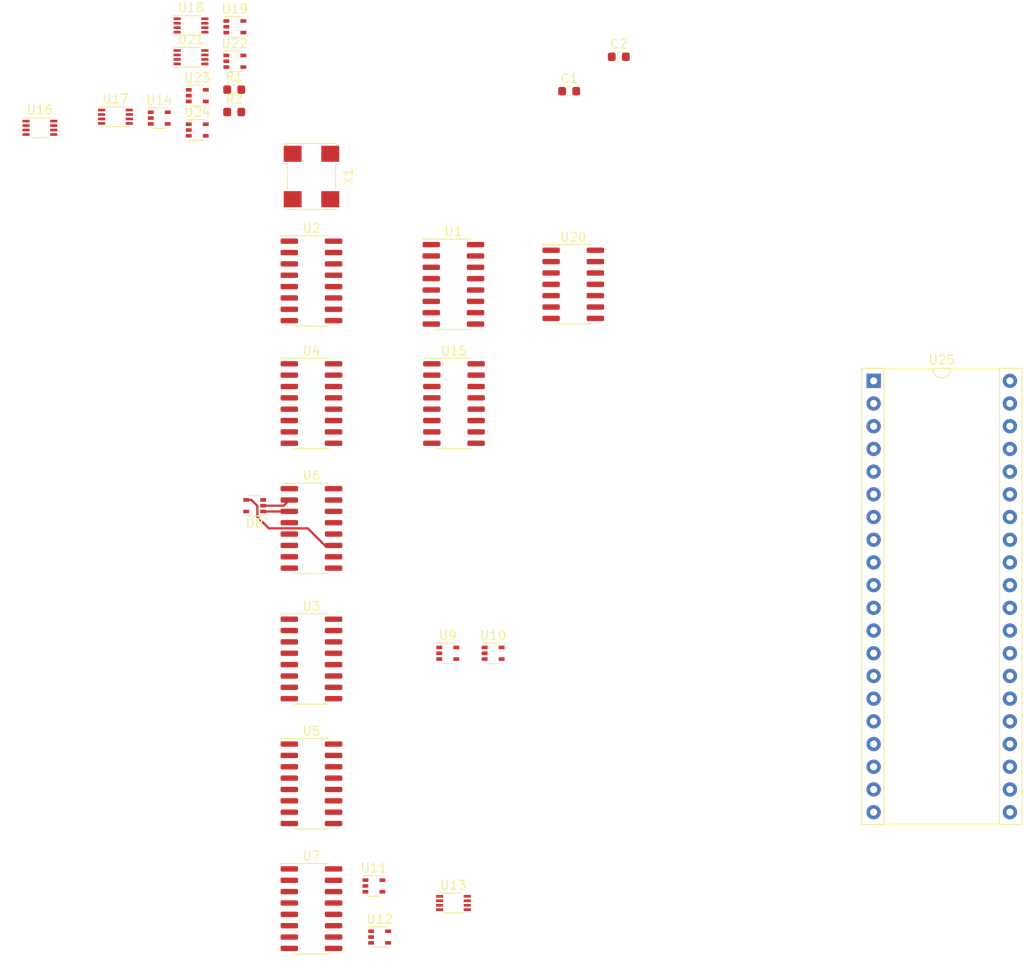
<source format=kicad_pcb>
(kicad_pcb (version 20171130) (host pcbnew "(5.1.6-0-10_14)")

  (general
    (thickness 1.6)
    (drawings 0)
    (tracks 11)
    (zones 0)
    (modules 30)
    (nets 127)
  )

  (page A4)
  (layers
    (0 F.Cu signal)
    (31 B.Cu signal)
    (32 B.Adhes user)
    (33 F.Adhes user)
    (34 B.Paste user)
    (35 F.Paste user)
    (36 B.SilkS user)
    (37 F.SilkS user)
    (38 B.Mask user)
    (39 F.Mask user)
    (40 Dwgs.User user)
    (41 Cmts.User user)
    (42 Eco1.User user)
    (43 Eco2.User user)
    (44 Edge.Cuts user)
    (45 Margin user)
    (46 B.CrtYd user)
    (47 F.CrtYd user)
    (48 B.Fab user)
    (49 F.Fab user)
  )

  (setup
    (last_trace_width 0.25)
    (trace_clearance 0.2)
    (zone_clearance 0.508)
    (zone_45_only no)
    (trace_min 0.2)
    (via_size 0.8)
    (via_drill 0.4)
    (via_min_size 0.4)
    (via_min_drill 0.3)
    (uvia_size 0.3)
    (uvia_drill 0.1)
    (uvias_allowed no)
    (uvia_min_size 0.2)
    (uvia_min_drill 0.1)
    (edge_width 0.05)
    (segment_width 0.2)
    (pcb_text_width 0.3)
    (pcb_text_size 1.5 1.5)
    (mod_edge_width 0.12)
    (mod_text_size 1 1)
    (mod_text_width 0.15)
    (pad_size 1.524 1.524)
    (pad_drill 0.762)
    (pad_to_mask_clearance 0.05)
    (aux_axis_origin 0 0)
    (visible_elements FFFFFF7F)
    (pcbplotparams
      (layerselection 0x010fc_ffffffff)
      (usegerberextensions false)
      (usegerberattributes true)
      (usegerberadvancedattributes true)
      (creategerberjobfile true)
      (excludeedgelayer true)
      (linewidth 0.100000)
      (plotframeref false)
      (viasonmask false)
      (mode 1)
      (useauxorigin false)
      (hpglpennumber 1)
      (hpglpenspeed 20)
      (hpglpendiameter 15.000000)
      (psnegative false)
      (psa4output false)
      (plotreference true)
      (plotvalue true)
      (plotinvisibletext false)
      (padsonsilk false)
      (subtractmaskfromsilk false)
      (outputformat 1)
      (mirror false)
      (drillshape 1)
      (scaleselection 1)
      (outputdirectory ""))
  )

  (net 0 "")
  (net 1 GND)
  (net 2 VCC)
  (net 3 "Net-(C2-Pad2)")
  (net 4 "Net-(C2-Pad1)")
  (net 5 "Net-(U1-Pad15)")
  (net 6 "Net-(U1-Pad14)")
  (net 7 "Net-(U1-Pad13)")
  (net 8 "Net-(U1-Pad12)")
  (net 9 "Net-(U1-Pad11)")
  (net 10 "Net-(U1-Pad10)")
  (net 11 "Net-(U1-Pad9)")
  (net 12 "Net-(U1-Pad7)")
  (net 13 12mhz)
  (net 14 hripple0)
  (net 15 "Net-(U2-Pad12)")
  (net 16 _hreset)
  (net 17 0.75mhz)
  (net 18 1.5mhz)
  (net 19 6mhz)
  (net 20 3mhz)
  (net 21 HBLANK)
  (net 22 vRipple0)
  (net 23 "Net-(U3-Pad12)")
  (net 24 _VRESET)
  (net 25 v_A8)
  (net 26 v_A7)
  (net 27 v_A5)
  (net 28 v_A6)
  (net 29 hripple1)
  (net 30 "Net-(U4-Pad12)")
  (net 31 v_A3)
  (net 32 v_A2)
  (net 33 v_A0)
  (net 34 v_A1)
  (net 35 vRipple1)
  (net 36 "Net-(U5-Pad12)")
  (net 37 v_A12)
  (net 38 v_A11)
  (net 39 v_A9)
  (net 40 v_A10)
  (net 41 "Net-(U6-Pad13)")
  (net 42 "Net-(U6-Pad12)")
  (net 43 "Net-(U6-Pad7)")
  (net 44 "Net-(U6-Pad6)")
  (net 45 v_A4)
  (net 46 "Net-(U7-Pad13)")
  (net 47 "Net-(U7-Pad12)")
  (net 48 "Net-(U7-Pad7)")
  (net 49 "Net-(U7-Pad6)")
  (net 50 "Net-(U11-Pad2)")
  (net 51 VRESET)
  (net 52 _HBLANK)
  (net 53 _VIDEOACTIVE)
  (net 54 _VBLANK)
  (net 55 _VERTON)
  (net 56 "Net-(X1-Pad1)")
  (net 57 _CSYNC)
  (net 58 "Net-(J1-Pad1)")
  (net 59 VID)
  (net 60 VBLANK)
  (net 61 "Net-(U14-Pad4)")
  (net 62 RAM_D7)
  (net 63 RAM_D6)
  (net 64 RAM_D5)
  (net 65 RAM_D4)
  (net 66 RAM_D3)
  (net 67 RAM_D2)
  (net 68 RAM_D1)
  (net 69 RAM_D0)
  (net 70 "Net-(U16-Pad5)")
  (net 71 WAIT)
  (net 72 _RAMVIDEOCONTROL)
  (net 73 "Net-(U17-Pad3)")
  (net 74 WRDISABLE)
  (net 75 "Net-(U18-Pad3)")
  (net 76 _CPUWAIT)
  (net 77 "Net-(U19-Pad2)")
  (net 78 "Net-(U20-Pad12)")
  (net 79 VSYNC)
  (net 80 "Net-(U20-Pad10)")
  (net 81 "Net-(U20-Pad6)")
  (net 82 "Net-(U20-Pad3)")
  (net 83 "Net-(U20-Pad2)")
  (net 84 "Net-(U21-Pad7)")
  (net 85 "Net-(U21-Pad5)")
  (net 86 _HSYNC)
  (net 87 "Net-(U25-Pad40)")
  (net 88 "Net-(U25-Pad20)")
  (net 89 "Net-(U25-Pad39)")
  (net 90 "Net-(U25-Pad19)")
  (net 91 "Net-(U25-Pad38)")
  (net 92 "Net-(U25-Pad18)")
  (net 93 "Net-(U25-Pad37)")
  (net 94 "Net-(U25-Pad17)")
  (net 95 "Net-(U25-Pad36)")
  (net 96 "Net-(U25-Pad16)")
  (net 97 "Net-(U25-Pad35)")
  (net 98 "Net-(U25-Pad15)")
  (net 99 "Net-(U25-Pad34)")
  (net 100 "Net-(U25-Pad14)")
  (net 101 "Net-(U25-Pad33)")
  (net 102 "Net-(U25-Pad13)")
  (net 103 "Net-(U25-Pad32)")
  (net 104 "Net-(U25-Pad12)")
  (net 105 "Net-(U25-Pad31)")
  (net 106 "Net-(U25-Pad11)")
  (net 107 "Net-(U25-Pad30)")
  (net 108 "Net-(U25-Pad10)")
  (net 109 "Net-(U25-Pad29)")
  (net 110 "Net-(U25-Pad9)")
  (net 111 "Net-(U25-Pad28)")
  (net 112 "Net-(U25-Pad8)")
  (net 113 "Net-(U25-Pad27)")
  (net 114 "Net-(U25-Pad7)")
  (net 115 "Net-(U25-Pad26)")
  (net 116 "Net-(U25-Pad6)")
  (net 117 "Net-(U25-Pad25)")
  (net 118 "Net-(U25-Pad5)")
  (net 119 "Net-(U25-Pad24)")
  (net 120 "Net-(U25-Pad4)")
  (net 121 "Net-(U25-Pad23)")
  (net 122 "Net-(U25-Pad3)")
  (net 123 "Net-(U25-Pad22)")
  (net 124 "Net-(U25-Pad2)")
  (net 125 "Net-(U25-Pad21)")
  (net 126 "Net-(U25-Pad1)")

  (net_class Default "This is the default net class."
    (clearance 0.2)
    (trace_width 0.25)
    (via_dia 0.8)
    (via_drill 0.4)
    (uvia_dia 0.3)
    (uvia_drill 0.1)
    (add_net 0.75mhz)
    (add_net 1.5mhz)
    (add_net 12mhz)
    (add_net 3mhz)
    (add_net 6mhz)
    (add_net GND)
    (add_net HBLANK)
    (add_net "Net-(C2-Pad1)")
    (add_net "Net-(C2-Pad2)")
    (add_net "Net-(J1-Pad1)")
    (add_net "Net-(U1-Pad10)")
    (add_net "Net-(U1-Pad11)")
    (add_net "Net-(U1-Pad12)")
    (add_net "Net-(U1-Pad13)")
    (add_net "Net-(U1-Pad14)")
    (add_net "Net-(U1-Pad15)")
    (add_net "Net-(U1-Pad7)")
    (add_net "Net-(U1-Pad9)")
    (add_net "Net-(U11-Pad2)")
    (add_net "Net-(U14-Pad4)")
    (add_net "Net-(U16-Pad5)")
    (add_net "Net-(U17-Pad3)")
    (add_net "Net-(U18-Pad3)")
    (add_net "Net-(U19-Pad2)")
    (add_net "Net-(U2-Pad12)")
    (add_net "Net-(U20-Pad10)")
    (add_net "Net-(U20-Pad12)")
    (add_net "Net-(U20-Pad2)")
    (add_net "Net-(U20-Pad3)")
    (add_net "Net-(U20-Pad6)")
    (add_net "Net-(U21-Pad5)")
    (add_net "Net-(U21-Pad7)")
    (add_net "Net-(U25-Pad1)")
    (add_net "Net-(U25-Pad10)")
    (add_net "Net-(U25-Pad11)")
    (add_net "Net-(U25-Pad12)")
    (add_net "Net-(U25-Pad13)")
    (add_net "Net-(U25-Pad14)")
    (add_net "Net-(U25-Pad15)")
    (add_net "Net-(U25-Pad16)")
    (add_net "Net-(U25-Pad17)")
    (add_net "Net-(U25-Pad18)")
    (add_net "Net-(U25-Pad19)")
    (add_net "Net-(U25-Pad2)")
    (add_net "Net-(U25-Pad20)")
    (add_net "Net-(U25-Pad21)")
    (add_net "Net-(U25-Pad22)")
    (add_net "Net-(U25-Pad23)")
    (add_net "Net-(U25-Pad24)")
    (add_net "Net-(U25-Pad25)")
    (add_net "Net-(U25-Pad26)")
    (add_net "Net-(U25-Pad27)")
    (add_net "Net-(U25-Pad28)")
    (add_net "Net-(U25-Pad29)")
    (add_net "Net-(U25-Pad3)")
    (add_net "Net-(U25-Pad30)")
    (add_net "Net-(U25-Pad31)")
    (add_net "Net-(U25-Pad32)")
    (add_net "Net-(U25-Pad33)")
    (add_net "Net-(U25-Pad34)")
    (add_net "Net-(U25-Pad35)")
    (add_net "Net-(U25-Pad36)")
    (add_net "Net-(U25-Pad37)")
    (add_net "Net-(U25-Pad38)")
    (add_net "Net-(U25-Pad39)")
    (add_net "Net-(U25-Pad4)")
    (add_net "Net-(U25-Pad40)")
    (add_net "Net-(U25-Pad5)")
    (add_net "Net-(U25-Pad6)")
    (add_net "Net-(U25-Pad7)")
    (add_net "Net-(U25-Pad8)")
    (add_net "Net-(U25-Pad9)")
    (add_net "Net-(U3-Pad12)")
    (add_net "Net-(U4-Pad12)")
    (add_net "Net-(U5-Pad12)")
    (add_net "Net-(U6-Pad12)")
    (add_net "Net-(U6-Pad13)")
    (add_net "Net-(U6-Pad6)")
    (add_net "Net-(U6-Pad7)")
    (add_net "Net-(U7-Pad12)")
    (add_net "Net-(U7-Pad13)")
    (add_net "Net-(U7-Pad6)")
    (add_net "Net-(U7-Pad7)")
    (add_net "Net-(X1-Pad1)")
    (add_net RAM_D0)
    (add_net RAM_D1)
    (add_net RAM_D2)
    (add_net RAM_D3)
    (add_net RAM_D4)
    (add_net RAM_D5)
    (add_net RAM_D6)
    (add_net RAM_D7)
    (add_net VBLANK)
    (add_net VCC)
    (add_net VID)
    (add_net VRESET)
    (add_net VSYNC)
    (add_net WAIT)
    (add_net WRDISABLE)
    (add_net _CPUWAIT)
    (add_net _CSYNC)
    (add_net _HBLANK)
    (add_net _HSYNC)
    (add_net _RAMVIDEOCONTROL)
    (add_net _VBLANK)
    (add_net _VERTON)
    (add_net _VIDEOACTIVE)
    (add_net _VRESET)
    (add_net _hreset)
    (add_net hripple0)
    (add_net hripple1)
    (add_net vRipple0)
    (add_net vRipple1)
    (add_net v_A0)
    (add_net v_A1)
    (add_net v_A10)
    (add_net v_A11)
    (add_net v_A12)
    (add_net v_A2)
    (add_net v_A3)
    (add_net v_A4)
    (add_net v_A5)
    (add_net v_A6)
    (add_net v_A7)
    (add_net v_A8)
    (add_net v_A9)
  )

  (module Package_DIP:DIP-40_W15.24mm_Socket (layer F.Cu) (tedit 5A02E8C5) (tstamp 6027A6C7)
    (at 198.755 83.82)
    (descr "40-lead though-hole mounted DIP package, row spacing 15.24 mm (600 mils), Socket")
    (tags "THT DIP DIL PDIP 2.54mm 15.24mm 600mil Socket")
    (path /607D38A7)
    (fp_text reference U25 (at 7.62 -2.33) (layer F.SilkS)
      (effects (font (size 1 1) (thickness 0.15)))
    )
    (fp_text value Z80CPU (at 7.62 50.59) (layer F.Fab)
      (effects (font (size 1 1) (thickness 0.15)))
    )
    (fp_text user %R (at 7.62 24.13) (layer F.Fab)
      (effects (font (size 1 1) (thickness 0.15)))
    )
    (fp_arc (start 7.62 -1.33) (end 6.62 -1.33) (angle -180) (layer F.SilkS) (width 0.12))
    (fp_line (start 1.255 -1.27) (end 14.985 -1.27) (layer F.Fab) (width 0.1))
    (fp_line (start 14.985 -1.27) (end 14.985 49.53) (layer F.Fab) (width 0.1))
    (fp_line (start 14.985 49.53) (end 0.255 49.53) (layer F.Fab) (width 0.1))
    (fp_line (start 0.255 49.53) (end 0.255 -0.27) (layer F.Fab) (width 0.1))
    (fp_line (start 0.255 -0.27) (end 1.255 -1.27) (layer F.Fab) (width 0.1))
    (fp_line (start -1.27 -1.33) (end -1.27 49.59) (layer F.Fab) (width 0.1))
    (fp_line (start -1.27 49.59) (end 16.51 49.59) (layer F.Fab) (width 0.1))
    (fp_line (start 16.51 49.59) (end 16.51 -1.33) (layer F.Fab) (width 0.1))
    (fp_line (start 16.51 -1.33) (end -1.27 -1.33) (layer F.Fab) (width 0.1))
    (fp_line (start 6.62 -1.33) (end 1.16 -1.33) (layer F.SilkS) (width 0.12))
    (fp_line (start 1.16 -1.33) (end 1.16 49.59) (layer F.SilkS) (width 0.12))
    (fp_line (start 1.16 49.59) (end 14.08 49.59) (layer F.SilkS) (width 0.12))
    (fp_line (start 14.08 49.59) (end 14.08 -1.33) (layer F.SilkS) (width 0.12))
    (fp_line (start 14.08 -1.33) (end 8.62 -1.33) (layer F.SilkS) (width 0.12))
    (fp_line (start -1.33 -1.39) (end -1.33 49.65) (layer F.SilkS) (width 0.12))
    (fp_line (start -1.33 49.65) (end 16.57 49.65) (layer F.SilkS) (width 0.12))
    (fp_line (start 16.57 49.65) (end 16.57 -1.39) (layer F.SilkS) (width 0.12))
    (fp_line (start 16.57 -1.39) (end -1.33 -1.39) (layer F.SilkS) (width 0.12))
    (fp_line (start -1.55 -1.6) (end -1.55 49.85) (layer F.CrtYd) (width 0.05))
    (fp_line (start -1.55 49.85) (end 16.8 49.85) (layer F.CrtYd) (width 0.05))
    (fp_line (start 16.8 49.85) (end 16.8 -1.6) (layer F.CrtYd) (width 0.05))
    (fp_line (start 16.8 -1.6) (end -1.55 -1.6) (layer F.CrtYd) (width 0.05))
    (pad 40 thru_hole oval (at 15.24 0) (size 1.6 1.6) (drill 0.8) (layers *.Cu *.Mask)
      (net 87 "Net-(U25-Pad40)"))
    (pad 20 thru_hole oval (at 0 48.26) (size 1.6 1.6) (drill 0.8) (layers *.Cu *.Mask)
      (net 88 "Net-(U25-Pad20)"))
    (pad 39 thru_hole oval (at 15.24 2.54) (size 1.6 1.6) (drill 0.8) (layers *.Cu *.Mask)
      (net 89 "Net-(U25-Pad39)"))
    (pad 19 thru_hole oval (at 0 45.72) (size 1.6 1.6) (drill 0.8) (layers *.Cu *.Mask)
      (net 90 "Net-(U25-Pad19)"))
    (pad 38 thru_hole oval (at 15.24 5.08) (size 1.6 1.6) (drill 0.8) (layers *.Cu *.Mask)
      (net 91 "Net-(U25-Pad38)"))
    (pad 18 thru_hole oval (at 0 43.18) (size 1.6 1.6) (drill 0.8) (layers *.Cu *.Mask)
      (net 92 "Net-(U25-Pad18)"))
    (pad 37 thru_hole oval (at 15.24 7.62) (size 1.6 1.6) (drill 0.8) (layers *.Cu *.Mask)
      (net 93 "Net-(U25-Pad37)"))
    (pad 17 thru_hole oval (at 0 40.64) (size 1.6 1.6) (drill 0.8) (layers *.Cu *.Mask)
      (net 94 "Net-(U25-Pad17)"))
    (pad 36 thru_hole oval (at 15.24 10.16) (size 1.6 1.6) (drill 0.8) (layers *.Cu *.Mask)
      (net 95 "Net-(U25-Pad36)"))
    (pad 16 thru_hole oval (at 0 38.1) (size 1.6 1.6) (drill 0.8) (layers *.Cu *.Mask)
      (net 96 "Net-(U25-Pad16)"))
    (pad 35 thru_hole oval (at 15.24 12.7) (size 1.6 1.6) (drill 0.8) (layers *.Cu *.Mask)
      (net 97 "Net-(U25-Pad35)"))
    (pad 15 thru_hole oval (at 0 35.56) (size 1.6 1.6) (drill 0.8) (layers *.Cu *.Mask)
      (net 98 "Net-(U25-Pad15)"))
    (pad 34 thru_hole oval (at 15.24 15.24) (size 1.6 1.6) (drill 0.8) (layers *.Cu *.Mask)
      (net 99 "Net-(U25-Pad34)"))
    (pad 14 thru_hole oval (at 0 33.02) (size 1.6 1.6) (drill 0.8) (layers *.Cu *.Mask)
      (net 100 "Net-(U25-Pad14)"))
    (pad 33 thru_hole oval (at 15.24 17.78) (size 1.6 1.6) (drill 0.8) (layers *.Cu *.Mask)
      (net 101 "Net-(U25-Pad33)"))
    (pad 13 thru_hole oval (at 0 30.48) (size 1.6 1.6) (drill 0.8) (layers *.Cu *.Mask)
      (net 102 "Net-(U25-Pad13)"))
    (pad 32 thru_hole oval (at 15.24 20.32) (size 1.6 1.6) (drill 0.8) (layers *.Cu *.Mask)
      (net 103 "Net-(U25-Pad32)"))
    (pad 12 thru_hole oval (at 0 27.94) (size 1.6 1.6) (drill 0.8) (layers *.Cu *.Mask)
      (net 104 "Net-(U25-Pad12)"))
    (pad 31 thru_hole oval (at 15.24 22.86) (size 1.6 1.6) (drill 0.8) (layers *.Cu *.Mask)
      (net 105 "Net-(U25-Pad31)"))
    (pad 11 thru_hole oval (at 0 25.4) (size 1.6 1.6) (drill 0.8) (layers *.Cu *.Mask)
      (net 106 "Net-(U25-Pad11)"))
    (pad 30 thru_hole oval (at 15.24 25.4) (size 1.6 1.6) (drill 0.8) (layers *.Cu *.Mask)
      (net 107 "Net-(U25-Pad30)"))
    (pad 10 thru_hole oval (at 0 22.86) (size 1.6 1.6) (drill 0.8) (layers *.Cu *.Mask)
      (net 108 "Net-(U25-Pad10)"))
    (pad 29 thru_hole oval (at 15.24 27.94) (size 1.6 1.6) (drill 0.8) (layers *.Cu *.Mask)
      (net 109 "Net-(U25-Pad29)"))
    (pad 9 thru_hole oval (at 0 20.32) (size 1.6 1.6) (drill 0.8) (layers *.Cu *.Mask)
      (net 110 "Net-(U25-Pad9)"))
    (pad 28 thru_hole oval (at 15.24 30.48) (size 1.6 1.6) (drill 0.8) (layers *.Cu *.Mask)
      (net 111 "Net-(U25-Pad28)"))
    (pad 8 thru_hole oval (at 0 17.78) (size 1.6 1.6) (drill 0.8) (layers *.Cu *.Mask)
      (net 112 "Net-(U25-Pad8)"))
    (pad 27 thru_hole oval (at 15.24 33.02) (size 1.6 1.6) (drill 0.8) (layers *.Cu *.Mask)
      (net 113 "Net-(U25-Pad27)"))
    (pad 7 thru_hole oval (at 0 15.24) (size 1.6 1.6) (drill 0.8) (layers *.Cu *.Mask)
      (net 114 "Net-(U25-Pad7)"))
    (pad 26 thru_hole oval (at 15.24 35.56) (size 1.6 1.6) (drill 0.8) (layers *.Cu *.Mask)
      (net 115 "Net-(U25-Pad26)"))
    (pad 6 thru_hole oval (at 0 12.7) (size 1.6 1.6) (drill 0.8) (layers *.Cu *.Mask)
      (net 116 "Net-(U25-Pad6)"))
    (pad 25 thru_hole oval (at 15.24 38.1) (size 1.6 1.6) (drill 0.8) (layers *.Cu *.Mask)
      (net 117 "Net-(U25-Pad25)"))
    (pad 5 thru_hole oval (at 0 10.16) (size 1.6 1.6) (drill 0.8) (layers *.Cu *.Mask)
      (net 118 "Net-(U25-Pad5)"))
    (pad 24 thru_hole oval (at 15.24 40.64) (size 1.6 1.6) (drill 0.8) (layers *.Cu *.Mask)
      (net 119 "Net-(U25-Pad24)"))
    (pad 4 thru_hole oval (at 0 7.62) (size 1.6 1.6) (drill 0.8) (layers *.Cu *.Mask)
      (net 120 "Net-(U25-Pad4)"))
    (pad 23 thru_hole oval (at 15.24 43.18) (size 1.6 1.6) (drill 0.8) (layers *.Cu *.Mask)
      (net 121 "Net-(U25-Pad23)"))
    (pad 3 thru_hole oval (at 0 5.08) (size 1.6 1.6) (drill 0.8) (layers *.Cu *.Mask)
      (net 122 "Net-(U25-Pad3)"))
    (pad 22 thru_hole oval (at 15.24 45.72) (size 1.6 1.6) (drill 0.8) (layers *.Cu *.Mask)
      (net 123 "Net-(U25-Pad22)"))
    (pad 2 thru_hole oval (at 0 2.54) (size 1.6 1.6) (drill 0.8) (layers *.Cu *.Mask)
      (net 124 "Net-(U25-Pad2)"))
    (pad 21 thru_hole oval (at 15.24 48.26) (size 1.6 1.6) (drill 0.8) (layers *.Cu *.Mask)
      (net 125 "Net-(U25-Pad21)"))
    (pad 1 thru_hole rect (at 0 0) (size 1.6 1.6) (drill 0.8) (layers *.Cu *.Mask)
      (net 126 "Net-(U25-Pad1)"))
    (model ${KISYS3DMOD}/Package_DIP.3dshapes/DIP-40_W15.24mm_Socket.wrl
      (at (xyz 0 0 0))
      (scale (xyz 1 1 1))
      (rotate (xyz 0 0 0))
    )
    (model ${KISYS3DMOD}/Package_DIP.3dshapes/DIP-40_W15.24mm_Socket.step
      (at (xyz 0 0 0))
      (scale (xyz 1 1 1))
      (rotate (xyz 0 0 0))
    )
  )

  (module Package_TO_SOT_SMD:SOT-353_SC-70-5 (layer F.Cu) (tedit 5A02FF57) (tstamp 60277D2B)
    (at 123.124 55.7645)
    (descr "SOT-353, SC-70-5")
    (tags "SOT-353 SC-70-5")
    (path /605D4A81)
    (attr smd)
    (fp_text reference U24 (at 0 -2) (layer F.SilkS)
      (effects (font (size 1 1) (thickness 0.15)))
    )
    (fp_text value 74LVC1G00 (at 0 2 180) (layer F.Fab)
      (effects (font (size 1 1) (thickness 0.15)))
    )
    (fp_text user %R (at 0 0 90) (layer F.Fab)
      (effects (font (size 0.5 0.5) (thickness 0.075)))
    )
    (fp_line (start 0.7 -1.16) (end -1.2 -1.16) (layer F.SilkS) (width 0.12))
    (fp_line (start -0.7 1.16) (end 0.7 1.16) (layer F.SilkS) (width 0.12))
    (fp_line (start 1.6 1.4) (end 1.6 -1.4) (layer F.CrtYd) (width 0.05))
    (fp_line (start -1.6 -1.4) (end -1.6 1.4) (layer F.CrtYd) (width 0.05))
    (fp_line (start -1.6 -1.4) (end 1.6 -1.4) (layer F.CrtYd) (width 0.05))
    (fp_line (start 0.675 -1.1) (end -0.175 -1.1) (layer F.Fab) (width 0.1))
    (fp_line (start -0.675 -0.6) (end -0.675 1.1) (layer F.Fab) (width 0.1))
    (fp_line (start -1.6 1.4) (end 1.6 1.4) (layer F.CrtYd) (width 0.05))
    (fp_line (start 0.675 -1.1) (end 0.675 1.1) (layer F.Fab) (width 0.1))
    (fp_line (start 0.675 1.1) (end -0.675 1.1) (layer F.Fab) (width 0.1))
    (fp_line (start -0.175 -1.1) (end -0.675 -0.6) (layer F.Fab) (width 0.1))
    (pad 5 smd rect (at 0.95 -0.65) (size 0.65 0.4) (layers F.Cu F.Paste F.Mask)
      (net 2 VCC))
    (pad 4 smd rect (at 0.95 0.65) (size 0.65 0.4) (layers F.Cu F.Paste F.Mask)
      (net 80 "Net-(U20-Pad10)"))
    (pad 2 smd rect (at -0.95 0) (size 0.65 0.4) (layers F.Cu F.Paste F.Mask)
      (net 39 v_A9))
    (pad 3 smd rect (at -0.95 0.65) (size 0.65 0.4) (layers F.Cu F.Paste F.Mask)
      (net 1 GND))
    (pad 1 smd rect (at -0.95 -0.65) (size 0.65 0.4) (layers F.Cu F.Paste F.Mask)
      (net 39 v_A9))
    (model ${KISYS3DMOD}/Package_TO_SOT_SMD.3dshapes/SOT-353_SC-70-5.wrl
      (at (xyz 0 0 0))
      (scale (xyz 1 1 1))
      (rotate (xyz 0 0 0))
    )
  )

  (module Package_TO_SOT_SMD:SOT-353_SC-70-5 (layer F.Cu) (tedit 5A02FF57) (tstamp 60277D67)
    (at 123.124 51.9145)
    (descr "SOT-353, SC-70-5")
    (tags "SOT-353 SC-70-5")
    (path /60565EF5)
    (attr smd)
    (fp_text reference U23 (at 0 -2) (layer F.SilkS)
      (effects (font (size 1 1) (thickness 0.15)))
    )
    (fp_text value 74LVC1G00 (at 0 2 180) (layer F.Fab)
      (effects (font (size 1 1) (thickness 0.15)))
    )
    (fp_text user %R (at 0 0 90) (layer F.Fab)
      (effects (font (size 0.5 0.5) (thickness 0.075)))
    )
    (fp_line (start 0.7 -1.16) (end -1.2 -1.16) (layer F.SilkS) (width 0.12))
    (fp_line (start -0.7 1.16) (end 0.7 1.16) (layer F.SilkS) (width 0.12))
    (fp_line (start 1.6 1.4) (end 1.6 -1.4) (layer F.CrtYd) (width 0.05))
    (fp_line (start -1.6 -1.4) (end -1.6 1.4) (layer F.CrtYd) (width 0.05))
    (fp_line (start -1.6 -1.4) (end 1.6 -1.4) (layer F.CrtYd) (width 0.05))
    (fp_line (start 0.675 -1.1) (end -0.175 -1.1) (layer F.Fab) (width 0.1))
    (fp_line (start -0.675 -0.6) (end -0.675 1.1) (layer F.Fab) (width 0.1))
    (fp_line (start -1.6 1.4) (end 1.6 1.4) (layer F.CrtYd) (width 0.05))
    (fp_line (start 0.675 -1.1) (end 0.675 1.1) (layer F.Fab) (width 0.1))
    (fp_line (start 0.675 1.1) (end -0.675 1.1) (layer F.Fab) (width 0.1))
    (fp_line (start -0.175 -1.1) (end -0.675 -0.6) (layer F.Fab) (width 0.1))
    (pad 5 smd rect (at 0.95 -0.65) (size 0.65 0.4) (layers F.Cu F.Paste F.Mask)
      (net 2 VCC))
    (pad 4 smd rect (at 0.95 0.65) (size 0.65 0.4) (layers F.Cu F.Paste F.Mask)
      (net 83 "Net-(U20-Pad2)"))
    (pad 2 smd rect (at -0.95 0) (size 0.65 0.4) (layers F.Cu F.Paste F.Mask)
      (net 31 v_A3))
    (pad 3 smd rect (at -0.95 0.65) (size 0.65 0.4) (layers F.Cu F.Paste F.Mask)
      (net 1 GND))
    (pad 1 smd rect (at -0.95 -0.65) (size 0.65 0.4) (layers F.Cu F.Paste F.Mask)
      (net 31 v_A3))
    (model ${KISYS3DMOD}/Package_TO_SOT_SMD.3dshapes/SOT-353_SC-70-5.wrl
      (at (xyz 0 0 0))
      (scale (xyz 1 1 1))
      (rotate (xyz 0 0 0))
    )
  )

  (module Package_TO_SOT_SMD:SOT-353_SC-70-5 (layer F.Cu) (tedit 5A02FF57) (tstamp 60277C8F)
    (at 127.324 48.0645)
    (descr "SOT-353, SC-70-5")
    (tags "SOT-353 SC-70-5")
    (path /60550529)
    (attr smd)
    (fp_text reference U22 (at 0 -2) (layer F.SilkS)
      (effects (font (size 1 1) (thickness 0.15)))
    )
    (fp_text value 74LVC1G86 (at 0 2 180) (layer F.Fab)
      (effects (font (size 1 1) (thickness 0.15)))
    )
    (fp_text user %R (at 0 0 90) (layer F.Fab)
      (effects (font (size 0.5 0.5) (thickness 0.075)))
    )
    (fp_line (start 0.7 -1.16) (end -1.2 -1.16) (layer F.SilkS) (width 0.12))
    (fp_line (start -0.7 1.16) (end 0.7 1.16) (layer F.SilkS) (width 0.12))
    (fp_line (start 1.6 1.4) (end 1.6 -1.4) (layer F.CrtYd) (width 0.05))
    (fp_line (start -1.6 -1.4) (end -1.6 1.4) (layer F.CrtYd) (width 0.05))
    (fp_line (start -1.6 -1.4) (end 1.6 -1.4) (layer F.CrtYd) (width 0.05))
    (fp_line (start 0.675 -1.1) (end -0.175 -1.1) (layer F.Fab) (width 0.1))
    (fp_line (start -0.675 -0.6) (end -0.675 1.1) (layer F.Fab) (width 0.1))
    (fp_line (start -1.6 1.4) (end 1.6 1.4) (layer F.CrtYd) (width 0.05))
    (fp_line (start 0.675 -1.1) (end 0.675 1.1) (layer F.Fab) (width 0.1))
    (fp_line (start 0.675 1.1) (end -0.675 1.1) (layer F.Fab) (width 0.1))
    (fp_line (start -0.175 -1.1) (end -0.675 -0.6) (layer F.Fab) (width 0.1))
    (pad 5 smd rect (at 0.95 -0.65) (size 0.65 0.4) (layers F.Cu F.Paste F.Mask)
      (net 2 VCC))
    (pad 4 smd rect (at 0.95 0.65) (size 0.65 0.4) (layers F.Cu F.Paste F.Mask)
      (net 57 _CSYNC))
    (pad 2 smd rect (at -0.95 0) (size 0.65 0.4) (layers F.Cu F.Paste F.Mask)
      (net 79 VSYNC))
    (pad 3 smd rect (at -0.95 0.65) (size 0.65 0.4) (layers F.Cu F.Paste F.Mask)
      (net 1 GND))
    (pad 1 smd rect (at -0.95 -0.65) (size 0.65 0.4) (layers F.Cu F.Paste F.Mask)
      (net 86 _HSYNC))
    (model ${KISYS3DMOD}/Package_TO_SOT_SMD.3dshapes/SOT-353_SC-70-5.wrl
      (at (xyz 0 0 0))
      (scale (xyz 1 1 1))
      (rotate (xyz 0 0 0))
    )
  )

  (module Package_SO:VSSOP-8_2.3x2mm_P0.5mm (layer F.Cu) (tedit 5A02F25C) (tstamp 60277DA6)
    (at 122.424 47.6145)
    (descr "VSSOP-8 2.3x2mm Pitch 0.5mm")
    (tags "VSSOP-8 2.3x2mm Pitch 0.5mm")
    (path /6054F4EC)
    (attr smd)
    (fp_text reference U21 (at 0 -2) (layer F.SilkS)
      (effects (font (size 1 1) (thickness 0.15)))
    )
    (fp_text value 74AUC1G74 (at 0 2.2) (layer F.Fab)
      (effects (font (size 1 1) (thickness 0.15)))
    )
    (fp_text user %R (at 0 0) (layer F.Fab)
      (effects (font (size 0.5 0.5) (thickness 0.1)))
    )
    (fp_line (start -2.25 -1.25) (end 2.25 -1.25) (layer F.CrtYd) (width 0.05))
    (fp_line (start -2.25 1.25) (end -2.25 -1.25) (layer F.CrtYd) (width 0.05))
    (fp_line (start 2.25 1.25) (end -2.25 1.25) (layer F.CrtYd) (width 0.05))
    (fp_line (start 2.25 -1.25) (end 2.25 1.25) (layer F.CrtYd) (width 0.05))
    (fp_line (start 1.1 1.1) (end -1.1 1.1) (layer F.SilkS) (width 0.12))
    (fp_line (start 1.1 -1.1) (end -1.9 -1.1) (layer F.SilkS) (width 0.12))
    (fp_line (start -0.6 -1) (end -1.15 -0.45) (layer F.Fab) (width 0.1))
    (fp_line (start -0.6 -1) (end 1.15 -1) (layer F.Fab) (width 0.1))
    (fp_line (start -1.15 1) (end -1.15 -0.45) (layer F.Fab) (width 0.1))
    (fp_line (start 1.15 1) (end -1.15 1) (layer F.Fab) (width 0.1))
    (fp_line (start 1.15 -1) (end 1.15 1) (layer F.Fab) (width 0.1))
    (pad 8 smd rect (at 1.55 -0.75 270) (size 0.3 0.8) (layers F.Cu F.Paste F.Mask)
      (net 2 VCC))
    (pad 7 smd rect (at 1.55 -0.25 270) (size 0.3 0.8) (layers F.Cu F.Paste F.Mask)
      (net 84 "Net-(U21-Pad7)"))
    (pad 6 smd rect (at 1.55 0.25 270) (size 0.3 0.8) (layers F.Cu F.Paste F.Mask)
      (net 21 HBLANK))
    (pad 5 smd rect (at 1.55 0.75 270) (size 0.3 0.8) (layers F.Cu F.Paste F.Mask)
      (net 85 "Net-(U21-Pad5)"))
    (pad 4 smd rect (at -1.55 0.75 270) (size 0.3 0.8) (layers F.Cu F.Paste F.Mask)
      (net 1 GND))
    (pad 3 smd rect (at -1.55 0.25 270) (size 0.3 0.8) (layers F.Cu F.Paste F.Mask)
      (net 86 _HSYNC))
    (pad 2 smd rect (at -1.55 -0.25 270) (size 0.3 0.8) (layers F.Cu F.Paste F.Mask)
      (net 82 "Net-(U20-Pad3)"))
    (pad 1 smd rect (at -1.55 -0.75 270) (size 0.3 0.8) (layers F.Cu F.Paste F.Mask)
      (net 34 v_A1))
    (model ${KISYS3DMOD}/Package_SO.3dshapes/VSSOP-8_2.3x2mm_P0.5mm.wrl
      (at (xyz 0 0 0))
      (scale (xyz 1 1 1))
      (rotate (xyz 0 0 0))
    )
  )

  (module Package_SO:SOIC-14_3.9x8.7mm_P1.27mm (layer F.Cu) (tedit 5D9F72B1) (tstamp 60277DF3)
    (at 165.165 73.025)
    (descr "SOIC, 14 Pin (JEDEC MS-012AB, https://www.analog.com/media/en/package-pcb-resources/package/pkg_pdf/soic_narrow-r/r_14.pdf), generated with kicad-footprint-generator ipc_gullwing_generator.py")
    (tags "SOIC SO")
    (path /60551ADF)
    (attr smd)
    (fp_text reference U20 (at 0 -5.28) (layer F.SilkS)
      (effects (font (size 1 1) (thickness 0.15)))
    )
    (fp_text value 74LS08 (at 0 5.28) (layer F.Fab)
      (effects (font (size 1 1) (thickness 0.15)))
    )
    (fp_text user %R (at 0 0) (layer F.Fab)
      (effects (font (size 0.98 0.98) (thickness 0.15)))
    )
    (fp_line (start 0 4.435) (end 1.95 4.435) (layer F.SilkS) (width 0.12))
    (fp_line (start 0 4.435) (end -1.95 4.435) (layer F.SilkS) (width 0.12))
    (fp_line (start 0 -4.435) (end 1.95 -4.435) (layer F.SilkS) (width 0.12))
    (fp_line (start 0 -4.435) (end -3.45 -4.435) (layer F.SilkS) (width 0.12))
    (fp_line (start -0.975 -4.325) (end 1.95 -4.325) (layer F.Fab) (width 0.1))
    (fp_line (start 1.95 -4.325) (end 1.95 4.325) (layer F.Fab) (width 0.1))
    (fp_line (start 1.95 4.325) (end -1.95 4.325) (layer F.Fab) (width 0.1))
    (fp_line (start -1.95 4.325) (end -1.95 -3.35) (layer F.Fab) (width 0.1))
    (fp_line (start -1.95 -3.35) (end -0.975 -4.325) (layer F.Fab) (width 0.1))
    (fp_line (start -3.7 -4.58) (end -3.7 4.58) (layer F.CrtYd) (width 0.05))
    (fp_line (start -3.7 4.58) (end 3.7 4.58) (layer F.CrtYd) (width 0.05))
    (fp_line (start 3.7 4.58) (end 3.7 -4.58) (layer F.CrtYd) (width 0.05))
    (fp_line (start 3.7 -4.58) (end -3.7 -4.58) (layer F.CrtYd) (width 0.05))
    (pad 14 smd roundrect (at 2.475 -3.81) (size 1.95 0.6) (layers F.Cu F.Paste F.Mask) (roundrect_rratio 0.25)
      (net 2 VCC))
    (pad 13 smd roundrect (at 2.475 -2.54) (size 1.95 0.6) (layers F.Cu F.Paste F.Mask) (roundrect_rratio 0.25)
      (net 60 VBLANK))
    (pad 12 smd roundrect (at 2.475 -1.27) (size 1.95 0.6) (layers F.Cu F.Paste F.Mask) (roundrect_rratio 0.25)
      (net 78 "Net-(U20-Pad12)"))
    (pad 11 smd roundrect (at 2.475 0) (size 1.95 0.6) (layers F.Cu F.Paste F.Mask) (roundrect_rratio 0.25)
      (net 79 VSYNC))
    (pad 10 smd roundrect (at 2.475 1.27) (size 1.95 0.6) (layers F.Cu F.Paste F.Mask) (roundrect_rratio 0.25)
      (net 80 "Net-(U20-Pad10)"))
    (pad 9 smd roundrect (at 2.475 2.54) (size 1.95 0.6) (layers F.Cu F.Paste F.Mask) (roundrect_rratio 0.25)
      (net 81 "Net-(U20-Pad6)"))
    (pad 8 smd roundrect (at 2.475 3.81) (size 1.95 0.6) (layers F.Cu F.Paste F.Mask) (roundrect_rratio 0.25)
      (net 78 "Net-(U20-Pad12)"))
    (pad 7 smd roundrect (at -2.475 3.81) (size 1.95 0.6) (layers F.Cu F.Paste F.Mask) (roundrect_rratio 0.25)
      (net 1 GND))
    (pad 6 smd roundrect (at -2.475 2.54) (size 1.95 0.6) (layers F.Cu F.Paste F.Mask) (roundrect_rratio 0.25)
      (net 81 "Net-(U20-Pad6)"))
    (pad 5 smd roundrect (at -2.475 1.27) (size 1.95 0.6) (layers F.Cu F.Paste F.Mask) (roundrect_rratio 0.25)
      (net 25 v_A8))
    (pad 4 smd roundrect (at -2.475 0) (size 1.95 0.6) (layers F.Cu F.Paste F.Mask) (roundrect_rratio 0.25)
      (net 26 v_A7))
    (pad 3 smd roundrect (at -2.475 -1.27) (size 1.95 0.6) (layers F.Cu F.Paste F.Mask) (roundrect_rratio 0.25)
      (net 82 "Net-(U20-Pad3)"))
    (pad 2 smd roundrect (at -2.475 -2.54) (size 1.95 0.6) (layers F.Cu F.Paste F.Mask) (roundrect_rratio 0.25)
      (net 83 "Net-(U20-Pad2)"))
    (pad 1 smd roundrect (at -2.475 -3.81) (size 1.95 0.6) (layers F.Cu F.Paste F.Mask) (roundrect_rratio 0.25)
      (net 32 v_A2))
    (model ${KISYS3DMOD}/Package_SO.3dshapes/SOIC-14_3.9x8.7mm_P1.27mm.wrl
      (at (xyz 0 0 0))
      (scale (xyz 1 1 1))
      (rotate (xyz 0 0 0))
    )
  )

  (module Package_TO_SOT_SMD:SOT-353_SC-70-5 (layer F.Cu) (tedit 5A02FF57) (tstamp 60277E8A)
    (at 127.324 44.2145)
    (descr "SOT-353, SC-70-5")
    (tags "SOT-353 SC-70-5")
    (path /60414289)
    (attr smd)
    (fp_text reference U19 (at 0 -2) (layer F.SilkS)
      (effects (font (size 1 1) (thickness 0.15)))
    )
    (fp_text value 74LVC1G00 (at 0 2 180) (layer F.Fab)
      (effects (font (size 1 1) (thickness 0.15)))
    )
    (fp_text user %R (at 0 0 90) (layer F.Fab)
      (effects (font (size 0.5 0.5) (thickness 0.075)))
    )
    (fp_line (start 0.7 -1.16) (end -1.2 -1.16) (layer F.SilkS) (width 0.12))
    (fp_line (start -0.7 1.16) (end 0.7 1.16) (layer F.SilkS) (width 0.12))
    (fp_line (start 1.6 1.4) (end 1.6 -1.4) (layer F.CrtYd) (width 0.05))
    (fp_line (start -1.6 -1.4) (end -1.6 1.4) (layer F.CrtYd) (width 0.05))
    (fp_line (start -1.6 -1.4) (end 1.6 -1.4) (layer F.CrtYd) (width 0.05))
    (fp_line (start 0.675 -1.1) (end -0.175 -1.1) (layer F.Fab) (width 0.1))
    (fp_line (start -0.675 -0.6) (end -0.675 1.1) (layer F.Fab) (width 0.1))
    (fp_line (start -1.6 1.4) (end 1.6 1.4) (layer F.CrtYd) (width 0.05))
    (fp_line (start 0.675 -1.1) (end 0.675 1.1) (layer F.Fab) (width 0.1))
    (fp_line (start 0.675 1.1) (end -0.675 1.1) (layer F.Fab) (width 0.1))
    (fp_line (start -0.175 -1.1) (end -0.675 -0.6) (layer F.Fab) (width 0.1))
    (pad 5 smd rect (at 0.95 -0.65) (size 0.65 0.4) (layers F.Cu F.Paste F.Mask)
      (net 2 VCC))
    (pad 4 smd rect (at 0.95 0.65) (size 0.65 0.4) (layers F.Cu F.Paste F.Mask)
      (net 76 _CPUWAIT))
    (pad 2 smd rect (at -0.95 0) (size 0.65 0.4) (layers F.Cu F.Paste F.Mask)
      (net 77 "Net-(U19-Pad2)"))
    (pad 3 smd rect (at -0.95 0.65) (size 0.65 0.4) (layers F.Cu F.Paste F.Mask)
      (net 1 GND))
    (pad 1 smd rect (at -0.95 -0.65) (size 0.65 0.4) (layers F.Cu F.Paste F.Mask)
      (net 71 WAIT))
    (model ${KISYS3DMOD}/Package_TO_SOT_SMD.3dshapes/SOT-353_SC-70-5.wrl
      (at (xyz 0 0 0))
      (scale (xyz 1 1 1))
      (rotate (xyz 0 0 0))
    )
  )

  (module Package_SO:VSSOP-8_2.3x2mm_P0.5mm (layer F.Cu) (tedit 5A02F25C) (tstamp 60277EC9)
    (at 122.424 44.0645)
    (descr "VSSOP-8 2.3x2mm Pitch 0.5mm")
    (tags "VSSOP-8 2.3x2mm Pitch 0.5mm")
    (path /603BE54F)
    (attr smd)
    (fp_text reference U18 (at 0 -2) (layer F.SilkS)
      (effects (font (size 1 1) (thickness 0.15)))
    )
    (fp_text value 74AUC1G74 (at 0 2.2) (layer F.Fab)
      (effects (font (size 1 1) (thickness 0.15)))
    )
    (fp_text user %R (at 0 0) (layer F.Fab)
      (effects (font (size 0.5 0.5) (thickness 0.1)))
    )
    (fp_line (start -2.25 -1.25) (end 2.25 -1.25) (layer F.CrtYd) (width 0.05))
    (fp_line (start -2.25 1.25) (end -2.25 -1.25) (layer F.CrtYd) (width 0.05))
    (fp_line (start 2.25 1.25) (end -2.25 1.25) (layer F.CrtYd) (width 0.05))
    (fp_line (start 2.25 -1.25) (end 2.25 1.25) (layer F.CrtYd) (width 0.05))
    (fp_line (start 1.1 1.1) (end -1.1 1.1) (layer F.SilkS) (width 0.12))
    (fp_line (start 1.1 -1.1) (end -1.9 -1.1) (layer F.SilkS) (width 0.12))
    (fp_line (start -0.6 -1) (end -1.15 -0.45) (layer F.Fab) (width 0.1))
    (fp_line (start -0.6 -1) (end 1.15 -1) (layer F.Fab) (width 0.1))
    (fp_line (start -1.15 1) (end -1.15 -0.45) (layer F.Fab) (width 0.1))
    (fp_line (start 1.15 1) (end -1.15 1) (layer F.Fab) (width 0.1))
    (fp_line (start 1.15 -1) (end 1.15 1) (layer F.Fab) (width 0.1))
    (pad 8 smd rect (at 1.55 -0.75 270) (size 0.3 0.8) (layers F.Cu F.Paste F.Mask)
      (net 2 VCC))
    (pad 7 smd rect (at 1.55 -0.25 270) (size 0.3 0.8) (layers F.Cu F.Paste F.Mask)
      (net 9 "Net-(U1-Pad11)"))
    (pad 6 smd rect (at 1.55 0.25 270) (size 0.3 0.8) (layers F.Cu F.Paste F.Mask)
      (net 61 "Net-(U14-Pad4)"))
    (pad 5 smd rect (at 1.55 0.75 270) (size 0.3 0.8) (layers F.Cu F.Paste F.Mask)
      (net 74 WRDISABLE))
    (pad 4 smd rect (at -1.55 0.75 270) (size 0.3 0.8) (layers F.Cu F.Paste F.Mask)
      (net 1 GND))
    (pad 3 smd rect (at -1.55 0.25 270) (size 0.3 0.8) (layers F.Cu F.Paste F.Mask)
      (net 75 "Net-(U18-Pad3)"))
    (pad 2 smd rect (at -1.55 -0.25 270) (size 0.3 0.8) (layers F.Cu F.Paste F.Mask)
      (net 2 VCC))
    (pad 1 smd rect (at -1.55 -0.75 270) (size 0.3 0.8) (layers F.Cu F.Paste F.Mask)
      (net 2 VCC))
    (model ${KISYS3DMOD}/Package_SO.3dshapes/VSSOP-8_2.3x2mm_P0.5mm.wrl
      (at (xyz 0 0 0))
      (scale (xyz 1 1 1))
      (rotate (xyz 0 0 0))
    )
  )

  (module Package_SO:VSSOP-8_2.3x2mm_P0.5mm (layer F.Cu) (tedit 5A02F25C) (tstamp 60277E48)
    (at 113.974 54.2745)
    (descr "VSSOP-8 2.3x2mm Pitch 0.5mm")
    (tags "VSSOP-8 2.3x2mm Pitch 0.5mm")
    (path /603BDCF2)
    (attr smd)
    (fp_text reference U17 (at 0 -2) (layer F.SilkS)
      (effects (font (size 1 1) (thickness 0.15)))
    )
    (fp_text value 74AUC1G74 (at 0 2.2) (layer F.Fab)
      (effects (font (size 1 1) (thickness 0.15)))
    )
    (fp_text user %R (at 0 0) (layer F.Fab)
      (effects (font (size 0.5 0.5) (thickness 0.1)))
    )
    (fp_line (start -2.25 -1.25) (end 2.25 -1.25) (layer F.CrtYd) (width 0.05))
    (fp_line (start -2.25 1.25) (end -2.25 -1.25) (layer F.CrtYd) (width 0.05))
    (fp_line (start 2.25 1.25) (end -2.25 1.25) (layer F.CrtYd) (width 0.05))
    (fp_line (start 2.25 -1.25) (end 2.25 1.25) (layer F.CrtYd) (width 0.05))
    (fp_line (start 1.1 1.1) (end -1.1 1.1) (layer F.SilkS) (width 0.12))
    (fp_line (start 1.1 -1.1) (end -1.9 -1.1) (layer F.SilkS) (width 0.12))
    (fp_line (start -0.6 -1) (end -1.15 -0.45) (layer F.Fab) (width 0.1))
    (fp_line (start -0.6 -1) (end 1.15 -1) (layer F.Fab) (width 0.1))
    (fp_line (start -1.15 1) (end -1.15 -0.45) (layer F.Fab) (width 0.1))
    (fp_line (start 1.15 1) (end -1.15 1) (layer F.Fab) (width 0.1))
    (fp_line (start 1.15 -1) (end 1.15 1) (layer F.Fab) (width 0.1))
    (pad 8 smd rect (at 1.55 -0.75 270) (size 0.3 0.8) (layers F.Cu F.Paste F.Mask)
      (net 2 VCC))
    (pad 7 smd rect (at 1.55 -0.25 270) (size 0.3 0.8) (layers F.Cu F.Paste F.Mask)
      (net 12 "Net-(U1-Pad7)"))
    (pad 6 smd rect (at 1.55 0.25 270) (size 0.3 0.8) (layers F.Cu F.Paste F.Mask)
      (net 10 "Net-(U1-Pad10)"))
    (pad 5 smd rect (at 1.55 0.75 270) (size 0.3 0.8) (layers F.Cu F.Paste F.Mask)
      (net 72 _RAMVIDEOCONTROL))
    (pad 4 smd rect (at -1.55 0.75 270) (size 0.3 0.8) (layers F.Cu F.Paste F.Mask)
      (net 1 GND))
    (pad 3 smd rect (at -1.55 0.25 270) (size 0.3 0.8) (layers F.Cu F.Paste F.Mask)
      (net 73 "Net-(U17-Pad3)"))
    (pad 2 smd rect (at -1.55 -0.25 270) (size 0.3 0.8) (layers F.Cu F.Paste F.Mask)
      (net 2 VCC))
    (pad 1 smd rect (at -1.55 -0.75 270) (size 0.3 0.8) (layers F.Cu F.Paste F.Mask)
      (net 2 VCC))
    (model ${KISYS3DMOD}/Package_SO.3dshapes/VSSOP-8_2.3x2mm_P0.5mm.wrl
      (at (xyz 0 0 0))
      (scale (xyz 1 1 1))
      (rotate (xyz 0 0 0))
    )
  )

  (module Package_SO:VSSOP-8_2.3x2mm_P0.5mm (layer F.Cu) (tedit 5A02F25C) (tstamp 60277F0E)
    (at 105.524 55.5145)
    (descr "VSSOP-8 2.3x2mm Pitch 0.5mm")
    (tags "VSSOP-8 2.3x2mm Pitch 0.5mm")
    (path /603BC1FE)
    (attr smd)
    (fp_text reference U16 (at 0 -2) (layer F.SilkS)
      (effects (font (size 1 1) (thickness 0.15)))
    )
    (fp_text value 74AUC1G74 (at 0 2.2) (layer F.Fab)
      (effects (font (size 1 1) (thickness 0.15)))
    )
    (fp_text user %R (at 0 0) (layer F.Fab)
      (effects (font (size 0.5 0.5) (thickness 0.1)))
    )
    (fp_line (start -2.25 -1.25) (end 2.25 -1.25) (layer F.CrtYd) (width 0.05))
    (fp_line (start -2.25 1.25) (end -2.25 -1.25) (layer F.CrtYd) (width 0.05))
    (fp_line (start 2.25 1.25) (end -2.25 1.25) (layer F.CrtYd) (width 0.05))
    (fp_line (start 2.25 -1.25) (end 2.25 1.25) (layer F.CrtYd) (width 0.05))
    (fp_line (start 1.1 1.1) (end -1.1 1.1) (layer F.SilkS) (width 0.12))
    (fp_line (start 1.1 -1.1) (end -1.9 -1.1) (layer F.SilkS) (width 0.12))
    (fp_line (start -0.6 -1) (end -1.15 -0.45) (layer F.Fab) (width 0.1))
    (fp_line (start -0.6 -1) (end 1.15 -1) (layer F.Fab) (width 0.1))
    (fp_line (start -1.15 1) (end -1.15 -0.45) (layer F.Fab) (width 0.1))
    (fp_line (start 1.15 1) (end -1.15 1) (layer F.Fab) (width 0.1))
    (fp_line (start 1.15 -1) (end 1.15 1) (layer F.Fab) (width 0.1))
    (pad 8 smd rect (at 1.55 -0.75 270) (size 0.3 0.8) (layers F.Cu F.Paste F.Mask)
      (net 2 VCC))
    (pad 7 smd rect (at 1.55 -0.25 270) (size 0.3 0.8) (layers F.Cu F.Paste F.Mask)
      (net 10 "Net-(U1-Pad10)"))
    (pad 6 smd rect (at 1.55 0.25 270) (size 0.3 0.8) (layers F.Cu F.Paste F.Mask)
      (net 8 "Net-(U1-Pad12)"))
    (pad 5 smd rect (at 1.55 0.75 270) (size 0.3 0.8) (layers F.Cu F.Paste F.Mask)
      (net 70 "Net-(U16-Pad5)"))
    (pad 4 smd rect (at -1.55 0.75 270) (size 0.3 0.8) (layers F.Cu F.Paste F.Mask)
      (net 1 GND))
    (pad 3 smd rect (at -1.55 0.25 270) (size 0.3 0.8) (layers F.Cu F.Paste F.Mask)
      (net 71 WAIT))
    (pad 2 smd rect (at -1.55 -0.25 270) (size 0.3 0.8) (layers F.Cu F.Paste F.Mask)
      (net 2 VCC))
    (pad 1 smd rect (at -1.55 -0.75 270) (size 0.3 0.8) (layers F.Cu F.Paste F.Mask)
      (net 2 VCC))
    (model ${KISYS3DMOD}/Package_SO.3dshapes/VSSOP-8_2.3x2mm_P0.5mm.wrl
      (at (xyz 0 0 0))
      (scale (xyz 1 1 1))
      (rotate (xyz 0 0 0))
    )
  )

  (module Package_SO:SOIC-16_3.9x9.9mm_P1.27mm (layer F.Cu) (tedit 5D9F72B1) (tstamp 60277BFD)
    (at 151.83 86.36)
    (descr "SOIC, 16 Pin (JEDEC MS-012AC, https://www.analog.com/media/en/package-pcb-resources/package/pkg_pdf/soic_narrow-r/r_16.pdf), generated with kicad-footprint-generator ipc_gullwing_generator.py")
    (tags "SOIC SO")
    (path /604C7203)
    (attr smd)
    (fp_text reference U15 (at 0 -5.9) (layer F.SilkS)
      (effects (font (size 1 1) (thickness 0.15)))
    )
    (fp_text value 74LS166 (at 0 5.9) (layer F.Fab)
      (effects (font (size 1 1) (thickness 0.15)))
    )
    (fp_text user %R (at 0 0) (layer F.Fab)
      (effects (font (size 0.98 0.98) (thickness 0.15)))
    )
    (fp_line (start 0 5.06) (end 1.95 5.06) (layer F.SilkS) (width 0.12))
    (fp_line (start 0 5.06) (end -1.95 5.06) (layer F.SilkS) (width 0.12))
    (fp_line (start 0 -5.06) (end 1.95 -5.06) (layer F.SilkS) (width 0.12))
    (fp_line (start 0 -5.06) (end -3.45 -5.06) (layer F.SilkS) (width 0.12))
    (fp_line (start -0.975 -4.95) (end 1.95 -4.95) (layer F.Fab) (width 0.1))
    (fp_line (start 1.95 -4.95) (end 1.95 4.95) (layer F.Fab) (width 0.1))
    (fp_line (start 1.95 4.95) (end -1.95 4.95) (layer F.Fab) (width 0.1))
    (fp_line (start -1.95 4.95) (end -1.95 -3.975) (layer F.Fab) (width 0.1))
    (fp_line (start -1.95 -3.975) (end -0.975 -4.95) (layer F.Fab) (width 0.1))
    (fp_line (start -3.7 -5.2) (end -3.7 5.2) (layer F.CrtYd) (width 0.05))
    (fp_line (start -3.7 5.2) (end 3.7 5.2) (layer F.CrtYd) (width 0.05))
    (fp_line (start 3.7 5.2) (end 3.7 -5.2) (layer F.CrtYd) (width 0.05))
    (fp_line (start 3.7 -5.2) (end -3.7 -5.2) (layer F.CrtYd) (width 0.05))
    (pad 16 smd roundrect (at 2.475 -4.445) (size 1.95 0.6) (layers F.Cu F.Paste F.Mask) (roundrect_rratio 0.25)
      (net 2 VCC))
    (pad 15 smd roundrect (at 2.475 -3.175) (size 1.95 0.6) (layers F.Cu F.Paste F.Mask) (roundrect_rratio 0.25)
      (net 11 "Net-(U1-Pad9)"))
    (pad 14 smd roundrect (at 2.475 -1.905) (size 1.95 0.6) (layers F.Cu F.Paste F.Mask) (roundrect_rratio 0.25)
      (net 62 RAM_D7))
    (pad 13 smd roundrect (at 2.475 -0.635) (size 1.95 0.6) (layers F.Cu F.Paste F.Mask) (roundrect_rratio 0.25)
      (net 59 VID))
    (pad 12 smd roundrect (at 2.475 0.635) (size 1.95 0.6) (layers F.Cu F.Paste F.Mask) (roundrect_rratio 0.25)
      (net 63 RAM_D6))
    (pad 11 smd roundrect (at 2.475 1.905) (size 1.95 0.6) (layers F.Cu F.Paste F.Mask) (roundrect_rratio 0.25)
      (net 64 RAM_D5))
    (pad 10 smd roundrect (at 2.475 3.175) (size 1.95 0.6) (layers F.Cu F.Paste F.Mask) (roundrect_rratio 0.25)
      (net 65 RAM_D4))
    (pad 9 smd roundrect (at 2.475 4.445) (size 1.95 0.6) (layers F.Cu F.Paste F.Mask) (roundrect_rratio 0.25)
      (net 2 VCC))
    (pad 8 smd roundrect (at -2.475 4.445) (size 1.95 0.6) (layers F.Cu F.Paste F.Mask) (roundrect_rratio 0.25)
      (net 1 GND))
    (pad 7 smd roundrect (at -2.475 3.175) (size 1.95 0.6) (layers F.Cu F.Paste F.Mask) (roundrect_rratio 0.25)
      (net 19 6mhz))
    (pad 6 smd roundrect (at -2.475 1.905) (size 1.95 0.6) (layers F.Cu F.Paste F.Mask) (roundrect_rratio 0.25)
      (net 1 GND))
    (pad 5 smd roundrect (at -2.475 0.635) (size 1.95 0.6) (layers F.Cu F.Paste F.Mask) (roundrect_rratio 0.25)
      (net 66 RAM_D3))
    (pad 4 smd roundrect (at -2.475 -0.635) (size 1.95 0.6) (layers F.Cu F.Paste F.Mask) (roundrect_rratio 0.25)
      (net 67 RAM_D2))
    (pad 3 smd roundrect (at -2.475 -1.905) (size 1.95 0.6) (layers F.Cu F.Paste F.Mask) (roundrect_rratio 0.25)
      (net 68 RAM_D1))
    (pad 2 smd roundrect (at -2.475 -3.175) (size 1.95 0.6) (layers F.Cu F.Paste F.Mask) (roundrect_rratio 0.25)
      (net 69 RAM_D0))
    (pad 1 smd roundrect (at -2.475 -4.445) (size 1.95 0.6) (layers F.Cu F.Paste F.Mask) (roundrect_rratio 0.25)
      (net 1 GND))
    (model ${KISYS3DMOD}/Package_SO.3dshapes/SOIC-16_3.9x9.9mm_P1.27mm.wrl
      (at (xyz 0 0 0))
      (scale (xyz 1 1 1))
      (rotate (xyz 0 0 0))
    )
  )

  (module Package_TO_SOT_SMD:SOT-353_SC-70-5 (layer F.Cu) (tedit 5A02FF57) (tstamp 60277C53)
    (at 118.874 54.4245)
    (descr "SOT-353, SC-70-5")
    (tags "SOT-353 SC-70-5")
    (path /603FC5F2)
    (attr smd)
    (fp_text reference U14 (at 0 -2) (layer F.SilkS)
      (effects (font (size 1 1) (thickness 0.15)))
    )
    (fp_text value 74LVC1G00 (at 0 2 180) (layer F.Fab)
      (effects (font (size 1 1) (thickness 0.15)))
    )
    (fp_text user %R (at 0 0 90) (layer F.Fab)
      (effects (font (size 0.5 0.5) (thickness 0.075)))
    )
    (fp_line (start 0.7 -1.16) (end -1.2 -1.16) (layer F.SilkS) (width 0.12))
    (fp_line (start -0.7 1.16) (end 0.7 1.16) (layer F.SilkS) (width 0.12))
    (fp_line (start 1.6 1.4) (end 1.6 -1.4) (layer F.CrtYd) (width 0.05))
    (fp_line (start -1.6 -1.4) (end -1.6 1.4) (layer F.CrtYd) (width 0.05))
    (fp_line (start -1.6 -1.4) (end 1.6 -1.4) (layer F.CrtYd) (width 0.05))
    (fp_line (start 0.675 -1.1) (end -0.175 -1.1) (layer F.Fab) (width 0.1))
    (fp_line (start -0.675 -0.6) (end -0.675 1.1) (layer F.Fab) (width 0.1))
    (fp_line (start -1.6 1.4) (end 1.6 1.4) (layer F.CrtYd) (width 0.05))
    (fp_line (start 0.675 -1.1) (end 0.675 1.1) (layer F.Fab) (width 0.1))
    (fp_line (start 0.675 1.1) (end -0.675 1.1) (layer F.Fab) (width 0.1))
    (fp_line (start -0.175 -1.1) (end -0.675 -0.6) (layer F.Fab) (width 0.1))
    (pad 5 smd rect (at 0.95 -0.65) (size 0.65 0.4) (layers F.Cu F.Paste F.Mask)
      (net 2 VCC))
    (pad 4 smd rect (at 0.95 0.65) (size 0.65 0.4) (layers F.Cu F.Paste F.Mask)
      (net 61 "Net-(U14-Pad4)"))
    (pad 2 smd rect (at -0.95 0) (size 0.65 0.4) (layers F.Cu F.Paste F.Mask)
      (net 17 0.75mhz))
    (pad 3 smd rect (at -0.95 0.65) (size 0.65 0.4) (layers F.Cu F.Paste F.Mask)
      (net 1 GND))
    (pad 1 smd rect (at -0.95 -0.65) (size 0.65 0.4) (layers F.Cu F.Paste F.Mask)
      (net 17 0.75mhz))
    (model ${KISYS3DMOD}/Package_TO_SOT_SMD.3dshapes/SOT-353_SC-70-5.wrl
      (at (xyz 0 0 0))
      (scale (xyz 1 1 1))
      (rotate (xyz 0 0 0))
    )
  )

  (module Resistor_SMD:R_0603_1608Metric (layer F.Cu) (tedit 5B301BBD) (tstamp 60277CC7)
    (at 127.254 53.7545)
    (descr "Resistor SMD 0603 (1608 Metric), square (rectangular) end terminal, IPC_7351 nominal, (Body size source: http://www.tortai-tech.com/upload/download/2011102023233369053.pdf), generated with kicad-footprint-generator")
    (tags resistor)
    (path /606D01CF)
    (attr smd)
    (fp_text reference R2 (at 0 -1.43) (layer F.SilkS)
      (effects (font (size 1 1) (thickness 0.15)))
    )
    (fp_text value 1K (at 0 1.43) (layer F.Fab)
      (effects (font (size 1 1) (thickness 0.15)))
    )
    (fp_text user %R (at 0 0) (layer F.Fab)
      (effects (font (size 0.4 0.4) (thickness 0.06)))
    )
    (fp_line (start -0.8 0.4) (end -0.8 -0.4) (layer F.Fab) (width 0.1))
    (fp_line (start -0.8 -0.4) (end 0.8 -0.4) (layer F.Fab) (width 0.1))
    (fp_line (start 0.8 -0.4) (end 0.8 0.4) (layer F.Fab) (width 0.1))
    (fp_line (start 0.8 0.4) (end -0.8 0.4) (layer F.Fab) (width 0.1))
    (fp_line (start -0.162779 -0.51) (end 0.162779 -0.51) (layer F.SilkS) (width 0.12))
    (fp_line (start -0.162779 0.51) (end 0.162779 0.51) (layer F.SilkS) (width 0.12))
    (fp_line (start -1.48 0.73) (end -1.48 -0.73) (layer F.CrtYd) (width 0.05))
    (fp_line (start -1.48 -0.73) (end 1.48 -0.73) (layer F.CrtYd) (width 0.05))
    (fp_line (start 1.48 -0.73) (end 1.48 0.73) (layer F.CrtYd) (width 0.05))
    (fp_line (start 1.48 0.73) (end -1.48 0.73) (layer F.CrtYd) (width 0.05))
    (pad 2 smd roundrect (at 0.7875 0) (size 0.875 0.95) (layers F.Cu F.Paste F.Mask) (roundrect_rratio 0.25)
      (net 59 VID))
    (pad 1 smd roundrect (at -0.7875 0) (size 0.875 0.95) (layers F.Cu F.Paste F.Mask) (roundrect_rratio 0.25)
      (net 58 "Net-(J1-Pad1)"))
    (model ${KISYS3DMOD}/Resistor_SMD.3dshapes/R_0603_1608Metric.wrl
      (at (xyz 0 0 0))
      (scale (xyz 1 1 1))
      (rotate (xyz 0 0 0))
    )
  )

  (module Resistor_SMD:R_0603_1608Metric (layer F.Cu) (tedit 5B301BBD) (tstamp 60277CF7)
    (at 127.254 51.2445)
    (descr "Resistor SMD 0603 (1608 Metric), square (rectangular) end terminal, IPC_7351 nominal, (Body size source: http://www.tortai-tech.com/upload/download/2011102023233369053.pdf), generated with kicad-footprint-generator")
    (tags resistor)
    (path /606CF54C)
    (attr smd)
    (fp_text reference R1 (at 0 -1.43) (layer F.SilkS)
      (effects (font (size 1 1) (thickness 0.15)))
    )
    (fp_text value 1K (at 0 1.43) (layer F.Fab)
      (effects (font (size 1 1) (thickness 0.15)))
    )
    (fp_text user %R (at 0 0) (layer F.Fab)
      (effects (font (size 0.4 0.4) (thickness 0.06)))
    )
    (fp_line (start -0.8 0.4) (end -0.8 -0.4) (layer F.Fab) (width 0.1))
    (fp_line (start -0.8 -0.4) (end 0.8 -0.4) (layer F.Fab) (width 0.1))
    (fp_line (start 0.8 -0.4) (end 0.8 0.4) (layer F.Fab) (width 0.1))
    (fp_line (start 0.8 0.4) (end -0.8 0.4) (layer F.Fab) (width 0.1))
    (fp_line (start -0.162779 -0.51) (end 0.162779 -0.51) (layer F.SilkS) (width 0.12))
    (fp_line (start -0.162779 0.51) (end 0.162779 0.51) (layer F.SilkS) (width 0.12))
    (fp_line (start -1.48 0.73) (end -1.48 -0.73) (layer F.CrtYd) (width 0.05))
    (fp_line (start -1.48 -0.73) (end 1.48 -0.73) (layer F.CrtYd) (width 0.05))
    (fp_line (start 1.48 -0.73) (end 1.48 0.73) (layer F.CrtYd) (width 0.05))
    (fp_line (start 1.48 0.73) (end -1.48 0.73) (layer F.CrtYd) (width 0.05))
    (pad 2 smd roundrect (at 0.7875 0) (size 0.875 0.95) (layers F.Cu F.Paste F.Mask) (roundrect_rratio 0.25)
      (net 57 _CSYNC))
    (pad 1 smd roundrect (at -0.7875 0) (size 0.875 0.95) (layers F.Cu F.Paste F.Mask) (roundrect_rratio 0.25)
      (net 58 "Net-(J1-Pad1)"))
    (model ${KISYS3DMOD}/Resistor_SMD.3dshapes/R_0603_1608Metric.wrl
      (at (xyz 0 0 0))
      (scale (xyz 1 1 1))
      (rotate (xyz 0 0 0))
    )
  )

  (module Oscillator:Oscillator_SMD_SeikoEpson_SG8002CA-4Pin_7.0x5.0mm (layer F.Cu) (tedit 58CD3345) (tstamp 60278258)
    (at 135.89 60.96 270)
    (descr "SMD Crystal Oscillator Seiko Epson SG-8002CA https://support.epson.biz/td/api/doc_check.php?mode=dl&lang=en&Parts=SG-8002DC, 7.0x5.0mm^2 package")
    (tags "SMD SMT crystal oscillator")
    (path /6027030B)
    (attr smd)
    (fp_text reference X1 (at 0 -4.1 90) (layer F.SilkS)
      (effects (font (size 1 1) (thickness 0.15)))
    )
    (fp_text value S7D12.000000A20F30T (at 0 4.1 90) (layer F.Fab)
      (effects (font (size 1 1) (thickness 0.15)))
    )
    (fp_text user %R (at 0 0 90) (layer F.Fab)
      (effects (font (size 1 1) (thickness 0.15)))
    )
    (fp_line (start -3.5 -2.5) (end -3.5 2.5) (layer F.Fab) (width 0.1))
    (fp_line (start -3.5 2.5) (end 3.5 2.5) (layer F.Fab) (width 0.1))
    (fp_line (start 3.5 2.5) (end 3.5 -2.5) (layer F.Fab) (width 0.1))
    (fp_line (start 3.5 -2.5) (end -3.5 -2.5) (layer F.Fab) (width 0.1))
    (fp_line (start -3.5 1.5) (end -2.5 2.5) (layer F.Fab) (width 0.1))
    (fp_line (start 3.64 -2.7) (end 3.7 -2.7) (layer F.SilkS) (width 0.12))
    (fp_line (start 3.7 -2.7) (end 3.7 2.7) (layer F.SilkS) (width 0.12))
    (fp_line (start 3.7 2.7) (end 3.64 2.7) (layer F.SilkS) (width 0.12))
    (fp_line (start -1.44 -2.7) (end 1.44 -2.7) (layer F.SilkS) (width 0.12))
    (fp_line (start -3.64 3.3) (end -3.64 2.7) (layer F.SilkS) (width 0.12))
    (fp_line (start -3.64 2.7) (end -3.7 2.7) (layer F.SilkS) (width 0.12))
    (fp_line (start -3.7 2.7) (end -3.7 -2.7) (layer F.SilkS) (width 0.12))
    (fp_line (start -3.7 -2.7) (end -3.64 -2.7) (layer F.SilkS) (width 0.12))
    (fp_line (start 1.44 2.7) (end -1.44 2.7) (layer F.SilkS) (width 0.12))
    (fp_line (start -1.44 2.7) (end -1.44 3.3) (layer F.SilkS) (width 0.12))
    (fp_line (start -3.8 -3.4) (end -3.8 3.4) (layer F.CrtYd) (width 0.05))
    (fp_line (start -3.8 3.4) (end 3.8 3.4) (layer F.CrtYd) (width 0.05))
    (fp_line (start 3.8 3.4) (end 3.8 -3.4) (layer F.CrtYd) (width 0.05))
    (fp_line (start 3.8 -3.4) (end -3.8 -3.4) (layer F.CrtYd) (width 0.05))
    (fp_circle (center 0 0) (end 1 0) (layer F.Adhes) (width 0.1))
    (fp_circle (center 0 0) (end 0.833333 0) (layer F.Adhes) (width 0.333333))
    (fp_circle (center 0 0) (end 0.533333 0) (layer F.Adhes) (width 0.333333))
    (fp_circle (center 0 0) (end 0.233333 0) (layer F.Adhes) (width 0.466667))
    (pad 4 smd rect (at -2.54 -2.1 270) (size 1.8 2) (layers F.Cu F.Paste F.Mask)
      (net 2 VCC))
    (pad 3 smd rect (at 2.54 -2.1 270) (size 1.8 2) (layers F.Cu F.Paste F.Mask)
      (net 13 12mhz))
    (pad 2 smd rect (at 2.54 2.1 270) (size 1.8 2) (layers F.Cu F.Paste F.Mask)
      (net 1 GND))
    (pad 1 smd rect (at -2.54 2.1 270) (size 1.8 2) (layers F.Cu F.Paste F.Mask)
      (net 56 "Net-(X1-Pad1)"))
    (model ${KISYS3DMOD}/Oscillator.3dshapes/Oscillator_SMD_SeikoEpson_SG8002CA-4Pin_7.0x5.0mm.wrl
      (at (xyz 0 0 0))
      (scale (xyz 1 1 1))
      (rotate (xyz 0 0 0))
    )
  )

  (module Package_SO:VSSOP-8_2.3x2mm_P0.5mm (layer F.Cu) (tedit 5A02F25C) (tstamp 602797E2)
    (at 151.765 142.24)
    (descr "VSSOP-8 2.3x2mm Pitch 0.5mm")
    (tags "VSSOP-8 2.3x2mm Pitch 0.5mm")
    (path /60358FB4)
    (attr smd)
    (fp_text reference U13 (at 0 -2) (layer F.SilkS)
      (effects (font (size 1 1) (thickness 0.15)))
    )
    (fp_text value 74AUC1G74 (at 0 2.2) (layer F.Fab)
      (effects (font (size 1 1) (thickness 0.15)))
    )
    (fp_text user %R (at 0 0) (layer F.Fab)
      (effects (font (size 0.5 0.5) (thickness 0.1)))
    )
    (fp_line (start -2.25 -1.25) (end 2.25 -1.25) (layer F.CrtYd) (width 0.05))
    (fp_line (start -2.25 1.25) (end -2.25 -1.25) (layer F.CrtYd) (width 0.05))
    (fp_line (start 2.25 1.25) (end -2.25 1.25) (layer F.CrtYd) (width 0.05))
    (fp_line (start 2.25 -1.25) (end 2.25 1.25) (layer F.CrtYd) (width 0.05))
    (fp_line (start 1.1 1.1) (end -1.1 1.1) (layer F.SilkS) (width 0.12))
    (fp_line (start 1.1 -1.1) (end -1.9 -1.1) (layer F.SilkS) (width 0.12))
    (fp_line (start -0.6 -1) (end -1.15 -0.45) (layer F.Fab) (width 0.1))
    (fp_line (start -0.6 -1) (end 1.15 -1) (layer F.Fab) (width 0.1))
    (fp_line (start -1.15 1) (end -1.15 -0.45) (layer F.Fab) (width 0.1))
    (fp_line (start 1.15 1) (end -1.15 1) (layer F.Fab) (width 0.1))
    (fp_line (start 1.15 -1) (end 1.15 1) (layer F.Fab) (width 0.1))
    (pad 8 smd rect (at 1.55 -0.75 270) (size 0.3 0.8) (layers F.Cu F.Paste F.Mask)
      (net 2 VCC))
    (pad 7 smd rect (at 1.55 -0.25 270) (size 0.3 0.8) (layers F.Cu F.Paste F.Mask)
      (net 55 _VERTON))
    (pad 6 smd rect (at 1.55 0.25 270) (size 0.3 0.8) (layers F.Cu F.Paste F.Mask)
      (net 24 _VRESET))
    (pad 5 smd rect (at 1.55 0.75 270) (size 0.3 0.8) (layers F.Cu F.Paste F.Mask)
      (net 54 _VBLANK))
    (pad 4 smd rect (at -1.55 0.75 270) (size 0.3 0.8) (layers F.Cu F.Paste F.Mask)
      (net 1 GND))
    (pad 3 smd rect (at -1.55 0.25 270) (size 0.3 0.8) (layers F.Cu F.Paste F.Mask)
      (net 60 VBLANK))
    (pad 2 smd rect (at -1.55 -0.25 270) (size 0.3 0.8) (layers F.Cu F.Paste F.Mask)
      (net 2 VCC))
    (pad 1 smd rect (at -1.55 -0.75 270) (size 0.3 0.8) (layers F.Cu F.Paste F.Mask)
      (net 2 VCC))
    (model ${KISYS3DMOD}/Package_SO.3dshapes/VSSOP-8_2.3x2mm_P0.5mm.wrl
      (at (xyz 0 0 0))
      (scale (xyz 1 1 1))
      (rotate (xyz 0 0 0))
    )
  )

  (module Package_TO_SOT_SMD:SOT-353_SC-70-5 (layer F.Cu) (tedit 5A02FF57) (tstamp 602797A3)
    (at 143.51 146.05)
    (descr "SOT-353, SC-70-5")
    (tags "SOT-353 SC-70-5")
    (path /6031D2E4)
    (attr smd)
    (fp_text reference U12 (at 0 -2) (layer F.SilkS)
      (effects (font (size 1 1) (thickness 0.15)))
    )
    (fp_text value 74LVC1G00 (at 0 2 180) (layer F.Fab)
      (effects (font (size 1 1) (thickness 0.15)))
    )
    (fp_text user %R (at 0 0 90) (layer F.Fab)
      (effects (font (size 0.5 0.5) (thickness 0.075)))
    )
    (fp_line (start 0.7 -1.16) (end -1.2 -1.16) (layer F.SilkS) (width 0.12))
    (fp_line (start -0.7 1.16) (end 0.7 1.16) (layer F.SilkS) (width 0.12))
    (fp_line (start 1.6 1.4) (end 1.6 -1.4) (layer F.CrtYd) (width 0.05))
    (fp_line (start -1.6 -1.4) (end -1.6 1.4) (layer F.CrtYd) (width 0.05))
    (fp_line (start -1.6 -1.4) (end 1.6 -1.4) (layer F.CrtYd) (width 0.05))
    (fp_line (start 0.675 -1.1) (end -0.175 -1.1) (layer F.Fab) (width 0.1))
    (fp_line (start -0.675 -0.6) (end -0.675 1.1) (layer F.Fab) (width 0.1))
    (fp_line (start -1.6 1.4) (end 1.6 1.4) (layer F.CrtYd) (width 0.05))
    (fp_line (start 0.675 -1.1) (end 0.675 1.1) (layer F.Fab) (width 0.1))
    (fp_line (start 0.675 1.1) (end -0.675 1.1) (layer F.Fab) (width 0.1))
    (fp_line (start -0.175 -1.1) (end -0.675 -0.6) (layer F.Fab) (width 0.1))
    (pad 5 smd rect (at 0.95 -0.65) (size 0.65 0.4) (layers F.Cu F.Paste F.Mask)
      (net 2 VCC))
    (pad 4 smd rect (at 0.95 0.65) (size 0.65 0.4) (layers F.Cu F.Paste F.Mask)
      (net 24 _VRESET))
    (pad 2 smd rect (at -0.95 0) (size 0.65 0.4) (layers F.Cu F.Paste F.Mask)
      (net 51 VRESET))
    (pad 3 smd rect (at -0.95 0.65) (size 0.65 0.4) (layers F.Cu F.Paste F.Mask)
      (net 1 GND))
    (pad 1 smd rect (at -0.95 -0.65) (size 0.65 0.4) (layers F.Cu F.Paste F.Mask)
      (net 51 VRESET))
    (model ${KISYS3DMOD}/Package_TO_SOT_SMD.3dshapes/SOT-353_SC-70-5.wrl
      (at (xyz 0 0 0))
      (scale (xyz 1 1 1))
      (rotate (xyz 0 0 0))
    )
  )

  (module Package_TO_SOT_SMD:SOT-353_SC-70-5 (layer F.Cu) (tedit 5A02FF57) (tstamp 6027989C)
    (at 142.875 140.335)
    (descr "SOT-353, SC-70-5")
    (tags "SOT-353 SC-70-5")
    (path /6030EC7D)
    (attr smd)
    (fp_text reference U11 (at 0 -2) (layer F.SilkS)
      (effects (font (size 1 1) (thickness 0.15)))
    )
    (fp_text value 74LVC1G00 (at 0 2 180) (layer F.Fab)
      (effects (font (size 1 1) (thickness 0.15)))
    )
    (fp_text user %R (at 0 0 90) (layer F.Fab)
      (effects (font (size 0.5 0.5) (thickness 0.075)))
    )
    (fp_line (start 0.7 -1.16) (end -1.2 -1.16) (layer F.SilkS) (width 0.12))
    (fp_line (start -0.7 1.16) (end 0.7 1.16) (layer F.SilkS) (width 0.12))
    (fp_line (start 1.6 1.4) (end 1.6 -1.4) (layer F.CrtYd) (width 0.05))
    (fp_line (start -1.6 -1.4) (end -1.6 1.4) (layer F.CrtYd) (width 0.05))
    (fp_line (start -1.6 -1.4) (end 1.6 -1.4) (layer F.CrtYd) (width 0.05))
    (fp_line (start 0.675 -1.1) (end -0.175 -1.1) (layer F.Fab) (width 0.1))
    (fp_line (start -0.675 -0.6) (end -0.675 1.1) (layer F.Fab) (width 0.1))
    (fp_line (start -1.6 1.4) (end 1.6 1.4) (layer F.CrtYd) (width 0.05))
    (fp_line (start 0.675 -1.1) (end 0.675 1.1) (layer F.Fab) (width 0.1))
    (fp_line (start 0.675 1.1) (end -0.675 1.1) (layer F.Fab) (width 0.1))
    (fp_line (start -0.175 -1.1) (end -0.675 -0.6) (layer F.Fab) (width 0.1))
    (pad 5 smd rect (at 0.95 -0.65) (size 0.65 0.4) (layers F.Cu F.Paste F.Mask)
      (net 2 VCC))
    (pad 4 smd rect (at 0.95 0.65) (size 0.65 0.4) (layers F.Cu F.Paste F.Mask)
      (net 55 _VERTON))
    (pad 2 smd rect (at -0.95 0) (size 0.65 0.4) (layers F.Cu F.Paste F.Mask)
      (net 50 "Net-(U11-Pad2)"))
    (pad 3 smd rect (at -0.95 0.65) (size 0.65 0.4) (layers F.Cu F.Paste F.Mask)
      (net 1 GND))
    (pad 1 smd rect (at -0.95 -0.65) (size 0.65 0.4) (layers F.Cu F.Paste F.Mask)
      (net 40 v_A10))
    (model ${KISYS3DMOD}/Package_TO_SOT_SMD.3dshapes/SOT-353_SC-70-5.wrl
      (at (xyz 0 0 0))
      (scale (xyz 1 1 1))
      (rotate (xyz 0 0 0))
    )
  )

  (module Package_TO_SOT_SMD:SOT-353_SC-70-5 (layer F.Cu) (tedit 5A02FF57) (tstamp 60279860)
    (at 156.21 114.3)
    (descr "SOT-353, SC-70-5")
    (tags "SOT-353 SC-70-5")
    (path /602FF4AA)
    (attr smd)
    (fp_text reference U10 (at 0 -2) (layer F.SilkS)
      (effects (font (size 1 1) (thickness 0.15)))
    )
    (fp_text value 74LVC1G00 (at 0 2 180) (layer F.Fab)
      (effects (font (size 1 1) (thickness 0.15)))
    )
    (fp_text user %R (at 0 0 90) (layer F.Fab)
      (effects (font (size 0.5 0.5) (thickness 0.075)))
    )
    (fp_line (start 0.7 -1.16) (end -1.2 -1.16) (layer F.SilkS) (width 0.12))
    (fp_line (start -0.7 1.16) (end 0.7 1.16) (layer F.SilkS) (width 0.12))
    (fp_line (start 1.6 1.4) (end 1.6 -1.4) (layer F.CrtYd) (width 0.05))
    (fp_line (start -1.6 -1.4) (end -1.6 1.4) (layer F.CrtYd) (width 0.05))
    (fp_line (start -1.6 -1.4) (end 1.6 -1.4) (layer F.CrtYd) (width 0.05))
    (fp_line (start 0.675 -1.1) (end -0.175 -1.1) (layer F.Fab) (width 0.1))
    (fp_line (start -0.675 -0.6) (end -0.675 1.1) (layer F.Fab) (width 0.1))
    (fp_line (start -1.6 1.4) (end 1.6 1.4) (layer F.CrtYd) (width 0.05))
    (fp_line (start 0.675 -1.1) (end 0.675 1.1) (layer F.Fab) (width 0.1))
    (fp_line (start 0.675 1.1) (end -0.675 1.1) (layer F.Fab) (width 0.1))
    (fp_line (start -0.175 -1.1) (end -0.675 -0.6) (layer F.Fab) (width 0.1))
    (pad 5 smd rect (at 0.95 -0.65) (size 0.65 0.4) (layers F.Cu F.Paste F.Mask)
      (net 2 VCC))
    (pad 4 smd rect (at 0.95 0.65) (size 0.65 0.4) (layers F.Cu F.Paste F.Mask)
      (net 53 _VIDEOACTIVE))
    (pad 2 smd rect (at -0.95 0) (size 0.65 0.4) (layers F.Cu F.Paste F.Mask)
      (net 54 _VBLANK))
    (pad 3 smd rect (at -0.95 0.65) (size 0.65 0.4) (layers F.Cu F.Paste F.Mask)
      (net 1 GND))
    (pad 1 smd rect (at -0.95 -0.65) (size 0.65 0.4) (layers F.Cu F.Paste F.Mask)
      (net 52 _HBLANK))
    (model ${KISYS3DMOD}/Package_TO_SOT_SMD.3dshapes/SOT-353_SC-70-5.wrl
      (at (xyz 0 0 0))
      (scale (xyz 1 1 1))
      (rotate (xyz 0 0 0))
    )
  )

  (module Package_TO_SOT_SMD:SOT-353_SC-70-5 (layer F.Cu) (tedit 5A02FF57) (tstamp 60279824)
    (at 151.13 114.3)
    (descr "SOT-353, SC-70-5")
    (tags "SOT-353 SC-70-5")
    (path /602F5992)
    (attr smd)
    (fp_text reference U9 (at 0 -2) (layer F.SilkS)
      (effects (font (size 1 1) (thickness 0.15)))
    )
    (fp_text value 74LVC1G00 (at 0 2 180) (layer F.Fab)
      (effects (font (size 1 1) (thickness 0.15)))
    )
    (fp_text user %R (at 0 0 90) (layer F.Fab)
      (effects (font (size 0.5 0.5) (thickness 0.075)))
    )
    (fp_line (start 0.7 -1.16) (end -1.2 -1.16) (layer F.SilkS) (width 0.12))
    (fp_line (start -0.7 1.16) (end 0.7 1.16) (layer F.SilkS) (width 0.12))
    (fp_line (start 1.6 1.4) (end 1.6 -1.4) (layer F.CrtYd) (width 0.05))
    (fp_line (start -1.6 -1.4) (end -1.6 1.4) (layer F.CrtYd) (width 0.05))
    (fp_line (start -1.6 -1.4) (end 1.6 -1.4) (layer F.CrtYd) (width 0.05))
    (fp_line (start 0.675 -1.1) (end -0.175 -1.1) (layer F.Fab) (width 0.1))
    (fp_line (start -0.675 -0.6) (end -0.675 1.1) (layer F.Fab) (width 0.1))
    (fp_line (start -1.6 1.4) (end 1.6 1.4) (layer F.CrtYd) (width 0.05))
    (fp_line (start 0.675 -1.1) (end 0.675 1.1) (layer F.Fab) (width 0.1))
    (fp_line (start 0.675 1.1) (end -0.675 1.1) (layer F.Fab) (width 0.1))
    (fp_line (start -0.175 -1.1) (end -0.675 -0.6) (layer F.Fab) (width 0.1))
    (pad 5 smd rect (at 0.95 -0.65) (size 0.65 0.4) (layers F.Cu F.Paste F.Mask)
      (net 2 VCC))
    (pad 4 smd rect (at 0.95 0.65) (size 0.65 0.4) (layers F.Cu F.Paste F.Mask)
      (net 52 _HBLANK))
    (pad 2 smd rect (at -0.95 0) (size 0.65 0.4) (layers F.Cu F.Paste F.Mask)
      (net 21 HBLANK))
    (pad 3 smd rect (at -0.95 0.65) (size 0.65 0.4) (layers F.Cu F.Paste F.Mask)
      (net 1 GND))
    (pad 1 smd rect (at -0.95 -0.65) (size 0.65 0.4) (layers F.Cu F.Paste F.Mask)
      (net 21 HBLANK))
    (model ${KISYS3DMOD}/Package_TO_SOT_SMD.3dshapes/SOT-353_SC-70-5.wrl
      (at (xyz 0 0 0))
      (scale (xyz 1 1 1))
      (rotate (xyz 0 0 0))
    )
  )

  (module Package_TO_SOT_SMD:SOT-353_SC-70-5 (layer F.Cu) (tedit 5A02FF57) (tstamp 60278F75)
    (at 129.54 97.79 180)
    (descr "SOT-353, SC-70-5")
    (tags "SOT-353 SC-70-5")
    (path /602DF5D8)
    (attr smd)
    (fp_text reference U8 (at 0 -2) (layer F.SilkS)
      (effects (font (size 1 1) (thickness 0.15)))
    )
    (fp_text value 74LVC1G00 (at 0 2 180) (layer F.Fab)
      (effects (font (size 1 1) (thickness 0.15)))
    )
    (fp_text user %R (at 0 0 90) (layer F.Fab)
      (effects (font (size 0.5 0.5) (thickness 0.075)))
    )
    (fp_line (start 0.7 -1.16) (end -1.2 -1.16) (layer F.SilkS) (width 0.12))
    (fp_line (start -0.7 1.16) (end 0.7 1.16) (layer F.SilkS) (width 0.12))
    (fp_line (start 1.6 1.4) (end 1.6 -1.4) (layer F.CrtYd) (width 0.05))
    (fp_line (start -1.6 -1.4) (end -1.6 1.4) (layer F.CrtYd) (width 0.05))
    (fp_line (start -1.6 -1.4) (end 1.6 -1.4) (layer F.CrtYd) (width 0.05))
    (fp_line (start 0.675 -1.1) (end -0.175 -1.1) (layer F.Fab) (width 0.1))
    (fp_line (start -0.675 -0.6) (end -0.675 1.1) (layer F.Fab) (width 0.1))
    (fp_line (start -1.6 1.4) (end 1.6 1.4) (layer F.CrtYd) (width 0.05))
    (fp_line (start 0.675 -1.1) (end 0.675 1.1) (layer F.Fab) (width 0.1))
    (fp_line (start 0.675 1.1) (end -0.675 1.1) (layer F.Fab) (width 0.1))
    (fp_line (start -0.175 -1.1) (end -0.675 -0.6) (layer F.Fab) (width 0.1))
    (pad 5 smd rect (at 0.95 -0.65 180) (size 0.65 0.4) (layers F.Cu F.Paste F.Mask)
      (net 2 VCC))
    (pad 4 smd rect (at 0.95 0.65 180) (size 0.65 0.4) (layers F.Cu F.Paste F.Mask)
      (net 16 _hreset))
    (pad 2 smd rect (at -0.95 0 180) (size 0.65 0.4) (layers F.Cu F.Paste F.Mask)
      (net 21 HBLANK))
    (pad 3 smd rect (at -0.95 0.65 180) (size 0.65 0.4) (layers F.Cu F.Paste F.Mask)
      (net 1 GND))
    (pad 1 smd rect (at -0.95 -0.65 180) (size 0.65 0.4) (layers F.Cu F.Paste F.Mask)
      (net 45 v_A4))
    (model ${KISYS3DMOD}/Package_TO_SOT_SMD.3dshapes/SOT-353_SC-70-5.wrl
      (at (xyz 0 0 0))
      (scale (xyz 1 1 1))
      (rotate (xyz 0 0 0))
    )
  )

  (module Package_SO:SOIC-16_3.9x9.9mm_P1.27mm (layer F.Cu) (tedit 5D9F72B1) (tstamp 6027974D)
    (at 135.89 142.875)
    (descr "SOIC, 16 Pin (JEDEC MS-012AC, https://www.analog.com/media/en/package-pcb-resources/package/pkg_pdf/soic_narrow-r/r_16.pdf), generated with kicad-footprint-generator ipc_gullwing_generator.py")
    (tags "SOIC SO")
    (path /602D1B50)
    (attr smd)
    (fp_text reference U7 (at 0 -5.9) (layer F.SilkS)
      (effects (font (size 1 1) (thickness 0.15)))
    )
    (fp_text value 74HC191 (at 0 5.9) (layer F.Fab)
      (effects (font (size 1 1) (thickness 0.15)))
    )
    (fp_text user %R (at 0 0) (layer F.Fab)
      (effects (font (size 0.98 0.98) (thickness 0.15)))
    )
    (fp_line (start 0 5.06) (end 1.95 5.06) (layer F.SilkS) (width 0.12))
    (fp_line (start 0 5.06) (end -1.95 5.06) (layer F.SilkS) (width 0.12))
    (fp_line (start 0 -5.06) (end 1.95 -5.06) (layer F.SilkS) (width 0.12))
    (fp_line (start 0 -5.06) (end -3.45 -5.06) (layer F.SilkS) (width 0.12))
    (fp_line (start -0.975 -4.95) (end 1.95 -4.95) (layer F.Fab) (width 0.1))
    (fp_line (start 1.95 -4.95) (end 1.95 4.95) (layer F.Fab) (width 0.1))
    (fp_line (start 1.95 4.95) (end -1.95 4.95) (layer F.Fab) (width 0.1))
    (fp_line (start -1.95 4.95) (end -1.95 -3.975) (layer F.Fab) (width 0.1))
    (fp_line (start -1.95 -3.975) (end -0.975 -4.95) (layer F.Fab) (width 0.1))
    (fp_line (start -3.7 -5.2) (end -3.7 5.2) (layer F.CrtYd) (width 0.05))
    (fp_line (start -3.7 5.2) (end 3.7 5.2) (layer F.CrtYd) (width 0.05))
    (fp_line (start 3.7 5.2) (end 3.7 -5.2) (layer F.CrtYd) (width 0.05))
    (fp_line (start 3.7 -5.2) (end -3.7 -5.2) (layer F.CrtYd) (width 0.05))
    (pad 16 smd roundrect (at 2.475 -4.445) (size 1.95 0.6) (layers F.Cu F.Paste F.Mask) (roundrect_rratio 0.25)
      (net 2 VCC))
    (pad 15 smd roundrect (at 2.475 -3.175) (size 1.95 0.6) (layers F.Cu F.Paste F.Mask) (roundrect_rratio 0.25)
      (net 1 GND))
    (pad 14 smd roundrect (at 2.475 -1.905) (size 1.95 0.6) (layers F.Cu F.Paste F.Mask) (roundrect_rratio 0.25)
      (net 21 HBLANK))
    (pad 13 smd roundrect (at 2.475 -0.635) (size 1.95 0.6) (layers F.Cu F.Paste F.Mask) (roundrect_rratio 0.25)
      (net 46 "Net-(U7-Pad13)"))
    (pad 12 smd roundrect (at 2.475 0.635) (size 1.95 0.6) (layers F.Cu F.Paste F.Mask) (roundrect_rratio 0.25)
      (net 47 "Net-(U7-Pad12)"))
    (pad 11 smd roundrect (at 2.475 1.905) (size 1.95 0.6) (layers F.Cu F.Paste F.Mask) (roundrect_rratio 0.25)
      (net 24 _VRESET))
    (pad 10 smd roundrect (at 2.475 3.175) (size 1.95 0.6) (layers F.Cu F.Paste F.Mask) (roundrect_rratio 0.25)
      (net 1 GND))
    (pad 9 smd roundrect (at 2.475 4.445) (size 1.95 0.6) (layers F.Cu F.Paste F.Mask) (roundrect_rratio 0.25)
      (net 1 GND))
    (pad 8 smd roundrect (at -2.475 4.445) (size 1.95 0.6) (layers F.Cu F.Paste F.Mask) (roundrect_rratio 0.25)
      (net 1 GND))
    (pad 7 smd roundrect (at -2.475 3.175) (size 1.95 0.6) (layers F.Cu F.Paste F.Mask) (roundrect_rratio 0.25)
      (net 48 "Net-(U7-Pad7)"))
    (pad 6 smd roundrect (at -2.475 1.905) (size 1.95 0.6) (layers F.Cu F.Paste F.Mask) (roundrect_rratio 0.25)
      (net 49 "Net-(U7-Pad6)"))
    (pad 5 smd roundrect (at -2.475 0.635) (size 1.95 0.6) (layers F.Cu F.Paste F.Mask) (roundrect_rratio 0.25)
      (net 1 GND))
    (pad 4 smd roundrect (at -2.475 -0.635) (size 1.95 0.6) (layers F.Cu F.Paste F.Mask) (roundrect_rratio 0.25)
      (net 35 vRipple1))
    (pad 3 smd roundrect (at -2.475 -1.905) (size 1.95 0.6) (layers F.Cu F.Paste F.Mask) (roundrect_rratio 0.25)
      (net 50 "Net-(U11-Pad2)"))
    (pad 2 smd roundrect (at -2.475 -3.175) (size 1.95 0.6) (layers F.Cu F.Paste F.Mask) (roundrect_rratio 0.25)
      (net 51 VRESET))
    (pad 1 smd roundrect (at -2.475 -4.445) (size 1.95 0.6) (layers F.Cu F.Paste F.Mask) (roundrect_rratio 0.25)
      (net 1 GND))
    (model ${KISYS3DMOD}/Package_SO.3dshapes/SOIC-16_3.9x9.9mm_P1.27mm.wrl
      (at (xyz 0 0 0))
      (scale (xyz 1 1 1))
      (rotate (xyz 0 0 0))
    )
  )

  (module Package_SO:SOIC-16_3.9x9.9mm_P1.27mm (layer F.Cu) (tedit 5D9F72B1) (tstamp 602780AC)
    (at 135.89 100.33)
    (descr "SOIC, 16 Pin (JEDEC MS-012AC, https://www.analog.com/media/en/package-pcb-resources/package/pkg_pdf/soic_narrow-r/r_16.pdf), generated with kicad-footprint-generator ipc_gullwing_generator.py")
    (tags "SOIC SO")
    (path /60299BE8)
    (attr smd)
    (fp_text reference U6 (at 0 -5.9) (layer F.SilkS)
      (effects (font (size 1 1) (thickness 0.15)))
    )
    (fp_text value 74HC191 (at 0 5.9) (layer F.Fab)
      (effects (font (size 1 1) (thickness 0.15)))
    )
    (fp_text user %R (at 0 0) (layer F.Fab)
      (effects (font (size 0.98 0.98) (thickness 0.15)))
    )
    (fp_line (start 0 5.06) (end 1.95 5.06) (layer F.SilkS) (width 0.12))
    (fp_line (start 0 5.06) (end -1.95 5.06) (layer F.SilkS) (width 0.12))
    (fp_line (start 0 -5.06) (end 1.95 -5.06) (layer F.SilkS) (width 0.12))
    (fp_line (start 0 -5.06) (end -3.45 -5.06) (layer F.SilkS) (width 0.12))
    (fp_line (start -0.975 -4.95) (end 1.95 -4.95) (layer F.Fab) (width 0.1))
    (fp_line (start 1.95 -4.95) (end 1.95 4.95) (layer F.Fab) (width 0.1))
    (fp_line (start 1.95 4.95) (end -1.95 4.95) (layer F.Fab) (width 0.1))
    (fp_line (start -1.95 4.95) (end -1.95 -3.975) (layer F.Fab) (width 0.1))
    (fp_line (start -1.95 -3.975) (end -0.975 -4.95) (layer F.Fab) (width 0.1))
    (fp_line (start -3.7 -5.2) (end -3.7 5.2) (layer F.CrtYd) (width 0.05))
    (fp_line (start -3.7 5.2) (end 3.7 5.2) (layer F.CrtYd) (width 0.05))
    (fp_line (start 3.7 5.2) (end 3.7 -5.2) (layer F.CrtYd) (width 0.05))
    (fp_line (start 3.7 -5.2) (end -3.7 -5.2) (layer F.CrtYd) (width 0.05))
    (pad 16 smd roundrect (at 2.475 -4.445) (size 1.95 0.6) (layers F.Cu F.Paste F.Mask) (roundrect_rratio 0.25)
      (net 2 VCC))
    (pad 15 smd roundrect (at 2.475 -3.175) (size 1.95 0.6) (layers F.Cu F.Paste F.Mask) (roundrect_rratio 0.25)
      (net 1 GND))
    (pad 14 smd roundrect (at 2.475 -1.905) (size 1.95 0.6) (layers F.Cu F.Paste F.Mask) (roundrect_rratio 0.25)
      (net 13 12mhz))
    (pad 13 smd roundrect (at 2.475 -0.635) (size 1.95 0.6) (layers F.Cu F.Paste F.Mask) (roundrect_rratio 0.25)
      (net 41 "Net-(U6-Pad13)"))
    (pad 12 smd roundrect (at 2.475 0.635) (size 1.95 0.6) (layers F.Cu F.Paste F.Mask) (roundrect_rratio 0.25)
      (net 42 "Net-(U6-Pad12)"))
    (pad 11 smd roundrect (at 2.475 1.905) (size 1.95 0.6) (layers F.Cu F.Paste F.Mask) (roundrect_rratio 0.25)
      (net 16 _hreset))
    (pad 10 smd roundrect (at 2.475 3.175) (size 1.95 0.6) (layers F.Cu F.Paste F.Mask) (roundrect_rratio 0.25)
      (net 1 GND))
    (pad 9 smd roundrect (at 2.475 4.445) (size 1.95 0.6) (layers F.Cu F.Paste F.Mask) (roundrect_rratio 0.25)
      (net 1 GND))
    (pad 8 smd roundrect (at -2.475 4.445) (size 1.95 0.6) (layers F.Cu F.Paste F.Mask) (roundrect_rratio 0.25)
      (net 1 GND))
    (pad 7 smd roundrect (at -2.475 3.175) (size 1.95 0.6) (layers F.Cu F.Paste F.Mask) (roundrect_rratio 0.25)
      (net 43 "Net-(U6-Pad7)"))
    (pad 6 smd roundrect (at -2.475 1.905) (size 1.95 0.6) (layers F.Cu F.Paste F.Mask) (roundrect_rratio 0.25)
      (net 44 "Net-(U6-Pad6)"))
    (pad 5 smd roundrect (at -2.475 0.635) (size 1.95 0.6) (layers F.Cu F.Paste F.Mask) (roundrect_rratio 0.25)
      (net 1 GND))
    (pad 4 smd roundrect (at -2.475 -0.635) (size 1.95 0.6) (layers F.Cu F.Paste F.Mask) (roundrect_rratio 0.25)
      (net 29 hripple1))
    (pad 3 smd roundrect (at -2.475 -1.905) (size 1.95 0.6) (layers F.Cu F.Paste F.Mask) (roundrect_rratio 0.25)
      (net 45 v_A4))
    (pad 2 smd roundrect (at -2.475 -3.175) (size 1.95 0.6) (layers F.Cu F.Paste F.Mask) (roundrect_rratio 0.25)
      (net 21 HBLANK))
    (pad 1 smd roundrect (at -2.475 -4.445) (size 1.95 0.6) (layers F.Cu F.Paste F.Mask) (roundrect_rratio 0.25)
      (net 1 GND))
    (model ${KISYS3DMOD}/Package_SO.3dshapes/SOIC-16_3.9x9.9mm_P1.27mm.wrl
      (at (xyz 0 0 0))
      (scale (xyz 1 1 1))
      (rotate (xyz 0 0 0))
    )
  )

  (module Package_SO:SOIC-16_3.9x9.9mm_P1.27mm (layer F.Cu) (tedit 5D9F72B1) (tstamp 60279687)
    (at 135.89 128.905)
    (descr "SOIC, 16 Pin (JEDEC MS-012AC, https://www.analog.com/media/en/package-pcb-resources/package/pkg_pdf/soic_narrow-r/r_16.pdf), generated with kicad-footprint-generator ipc_gullwing_generator.py")
    (tags "SOIC SO")
    (path /602C9B45)
    (attr smd)
    (fp_text reference U5 (at 0 -5.9) (layer F.SilkS)
      (effects (font (size 1 1) (thickness 0.15)))
    )
    (fp_text value 74HC191 (at 0 5.9) (layer F.Fab)
      (effects (font (size 1 1) (thickness 0.15)))
    )
    (fp_text user %R (at 0 0) (layer F.Fab)
      (effects (font (size 0.98 0.98) (thickness 0.15)))
    )
    (fp_line (start 0 5.06) (end 1.95 5.06) (layer F.SilkS) (width 0.12))
    (fp_line (start 0 5.06) (end -1.95 5.06) (layer F.SilkS) (width 0.12))
    (fp_line (start 0 -5.06) (end 1.95 -5.06) (layer F.SilkS) (width 0.12))
    (fp_line (start 0 -5.06) (end -3.45 -5.06) (layer F.SilkS) (width 0.12))
    (fp_line (start -0.975 -4.95) (end 1.95 -4.95) (layer F.Fab) (width 0.1))
    (fp_line (start 1.95 -4.95) (end 1.95 4.95) (layer F.Fab) (width 0.1))
    (fp_line (start 1.95 4.95) (end -1.95 4.95) (layer F.Fab) (width 0.1))
    (fp_line (start -1.95 4.95) (end -1.95 -3.975) (layer F.Fab) (width 0.1))
    (fp_line (start -1.95 -3.975) (end -0.975 -4.95) (layer F.Fab) (width 0.1))
    (fp_line (start -3.7 -5.2) (end -3.7 5.2) (layer F.CrtYd) (width 0.05))
    (fp_line (start -3.7 5.2) (end 3.7 5.2) (layer F.CrtYd) (width 0.05))
    (fp_line (start 3.7 5.2) (end 3.7 -5.2) (layer F.CrtYd) (width 0.05))
    (fp_line (start 3.7 -5.2) (end -3.7 -5.2) (layer F.CrtYd) (width 0.05))
    (pad 16 smd roundrect (at 2.475 -4.445) (size 1.95 0.6) (layers F.Cu F.Paste F.Mask) (roundrect_rratio 0.25)
      (net 2 VCC))
    (pad 15 smd roundrect (at 2.475 -3.175) (size 1.95 0.6) (layers F.Cu F.Paste F.Mask) (roundrect_rratio 0.25)
      (net 2 VCC))
    (pad 14 smd roundrect (at 2.475 -1.905) (size 1.95 0.6) (layers F.Cu F.Paste F.Mask) (roundrect_rratio 0.25)
      (net 21 HBLANK))
    (pad 13 smd roundrect (at 2.475 -0.635) (size 1.95 0.6) (layers F.Cu F.Paste F.Mask) (roundrect_rratio 0.25)
      (net 35 vRipple1))
    (pad 12 smd roundrect (at 2.475 0.635) (size 1.95 0.6) (layers F.Cu F.Paste F.Mask) (roundrect_rratio 0.25)
      (net 36 "Net-(U5-Pad12)"))
    (pad 11 smd roundrect (at 2.475 1.905) (size 1.95 0.6) (layers F.Cu F.Paste F.Mask) (roundrect_rratio 0.25)
      (net 24 _VRESET))
    (pad 10 smd roundrect (at 2.475 3.175) (size 1.95 0.6) (layers F.Cu F.Paste F.Mask) (roundrect_rratio 0.25)
      (net 1 GND))
    (pad 9 smd roundrect (at 2.475 4.445) (size 1.95 0.6) (layers F.Cu F.Paste F.Mask) (roundrect_rratio 0.25)
      (net 2 VCC))
    (pad 8 smd roundrect (at -2.475 4.445) (size 1.95 0.6) (layers F.Cu F.Paste F.Mask) (roundrect_rratio 0.25)
      (net 1 GND))
    (pad 7 smd roundrect (at -2.475 3.175) (size 1.95 0.6) (layers F.Cu F.Paste F.Mask) (roundrect_rratio 0.25)
      (net 37 v_A12))
    (pad 6 smd roundrect (at -2.475 1.905) (size 1.95 0.6) (layers F.Cu F.Paste F.Mask) (roundrect_rratio 0.25)
      (net 38 v_A11))
    (pad 5 smd roundrect (at -2.475 0.635) (size 1.95 0.6) (layers F.Cu F.Paste F.Mask) (roundrect_rratio 0.25)
      (net 1 GND))
    (pad 4 smd roundrect (at -2.475 -0.635) (size 1.95 0.6) (layers F.Cu F.Paste F.Mask) (roundrect_rratio 0.25)
      (net 22 vRipple0))
    (pad 3 smd roundrect (at -2.475 -1.905) (size 1.95 0.6) (layers F.Cu F.Paste F.Mask) (roundrect_rratio 0.25)
      (net 39 v_A9))
    (pad 2 smd roundrect (at -2.475 -3.175) (size 1.95 0.6) (layers F.Cu F.Paste F.Mask) (roundrect_rratio 0.25)
      (net 40 v_A10))
    (pad 1 smd roundrect (at -2.475 -4.445) (size 1.95 0.6) (layers F.Cu F.Paste F.Mask) (roundrect_rratio 0.25)
      (net 1 GND))
    (model ${KISYS3DMOD}/Package_SO.3dshapes/SOIC-16_3.9x9.9mm_P1.27mm.wrl
      (at (xyz 0 0 0))
      (scale (xyz 1 1 1))
      (rotate (xyz 0 0 0))
    )
  )

  (module Package_SO:SOIC-16_3.9x9.9mm_P1.27mm (layer F.Cu) (tedit 5D9F72B1) (tstamp 60276AF5)
    (at 135.89 86.36)
    (descr "SOIC, 16 Pin (JEDEC MS-012AC, https://www.analog.com/media/en/package-pcb-resources/package/pkg_pdf/soic_narrow-r/r_16.pdf), generated with kicad-footprint-generator ipc_gullwing_generator.py")
    (tags "SOIC SO")
    (path /60286003)
    (attr smd)
    (fp_text reference U4 (at 0 -5.9) (layer F.SilkS)
      (effects (font (size 1 1) (thickness 0.15)))
    )
    (fp_text value 74HC191 (at 0 5.9) (layer F.Fab)
      (effects (font (size 1 1) (thickness 0.15)))
    )
    (fp_text user %R (at 0 0) (layer F.Fab)
      (effects (font (size 0.98 0.98) (thickness 0.15)))
    )
    (fp_line (start 0 5.06) (end 1.95 5.06) (layer F.SilkS) (width 0.12))
    (fp_line (start 0 5.06) (end -1.95 5.06) (layer F.SilkS) (width 0.12))
    (fp_line (start 0 -5.06) (end 1.95 -5.06) (layer F.SilkS) (width 0.12))
    (fp_line (start 0 -5.06) (end -3.45 -5.06) (layer F.SilkS) (width 0.12))
    (fp_line (start -0.975 -4.95) (end 1.95 -4.95) (layer F.Fab) (width 0.1))
    (fp_line (start 1.95 -4.95) (end 1.95 4.95) (layer F.Fab) (width 0.1))
    (fp_line (start 1.95 4.95) (end -1.95 4.95) (layer F.Fab) (width 0.1))
    (fp_line (start -1.95 4.95) (end -1.95 -3.975) (layer F.Fab) (width 0.1))
    (fp_line (start -1.95 -3.975) (end -0.975 -4.95) (layer F.Fab) (width 0.1))
    (fp_line (start -3.7 -5.2) (end -3.7 5.2) (layer F.CrtYd) (width 0.05))
    (fp_line (start -3.7 5.2) (end 3.7 5.2) (layer F.CrtYd) (width 0.05))
    (fp_line (start 3.7 5.2) (end 3.7 -5.2) (layer F.CrtYd) (width 0.05))
    (fp_line (start 3.7 -5.2) (end -3.7 -5.2) (layer F.CrtYd) (width 0.05))
    (pad 16 smd roundrect (at 2.475 -4.445) (size 1.95 0.6) (layers F.Cu F.Paste F.Mask) (roundrect_rratio 0.25)
      (net 2 VCC))
    (pad 15 smd roundrect (at 2.475 -3.175) (size 1.95 0.6) (layers F.Cu F.Paste F.Mask) (roundrect_rratio 0.25)
      (net 1 GND))
    (pad 14 smd roundrect (at 2.475 -1.905) (size 1.95 0.6) (layers F.Cu F.Paste F.Mask) (roundrect_rratio 0.25)
      (net 13 12mhz))
    (pad 13 smd roundrect (at 2.475 -0.635) (size 1.95 0.6) (layers F.Cu F.Paste F.Mask) (roundrect_rratio 0.25)
      (net 29 hripple1))
    (pad 12 smd roundrect (at 2.475 0.635) (size 1.95 0.6) (layers F.Cu F.Paste F.Mask) (roundrect_rratio 0.25)
      (net 30 "Net-(U4-Pad12)"))
    (pad 11 smd roundrect (at 2.475 1.905) (size 1.95 0.6) (layers F.Cu F.Paste F.Mask) (roundrect_rratio 0.25)
      (net 16 _hreset))
    (pad 10 smd roundrect (at 2.475 3.175) (size 1.95 0.6) (layers F.Cu F.Paste F.Mask) (roundrect_rratio 0.25)
      (net 1 GND))
    (pad 9 smd roundrect (at 2.475 4.445) (size 1.95 0.6) (layers F.Cu F.Paste F.Mask) (roundrect_rratio 0.25)
      (net 1 GND))
    (pad 8 smd roundrect (at -2.475 4.445) (size 1.95 0.6) (layers F.Cu F.Paste F.Mask) (roundrect_rratio 0.25)
      (net 1 GND))
    (pad 7 smd roundrect (at -2.475 3.175) (size 1.95 0.6) (layers F.Cu F.Paste F.Mask) (roundrect_rratio 0.25)
      (net 31 v_A3))
    (pad 6 smd roundrect (at -2.475 1.905) (size 1.95 0.6) (layers F.Cu F.Paste F.Mask) (roundrect_rratio 0.25)
      (net 32 v_A2))
    (pad 5 smd roundrect (at -2.475 0.635) (size 1.95 0.6) (layers F.Cu F.Paste F.Mask) (roundrect_rratio 0.25)
      (net 1 GND))
    (pad 4 smd roundrect (at -2.475 -0.635) (size 1.95 0.6) (layers F.Cu F.Paste F.Mask) (roundrect_rratio 0.25)
      (net 14 hripple0))
    (pad 3 smd roundrect (at -2.475 -1.905) (size 1.95 0.6) (layers F.Cu F.Paste F.Mask) (roundrect_rratio 0.25)
      (net 33 v_A0))
    (pad 2 smd roundrect (at -2.475 -3.175) (size 1.95 0.6) (layers F.Cu F.Paste F.Mask) (roundrect_rratio 0.25)
      (net 34 v_A1))
    (pad 1 smd roundrect (at -2.475 -4.445) (size 1.95 0.6) (layers F.Cu F.Paste F.Mask) (roundrect_rratio 0.25)
      (net 1 GND))
    (model ${KISYS3DMOD}/Package_SO.3dshapes/SOIC-16_3.9x9.9mm_P1.27mm.wrl
      (at (xyz 0 0 0))
      (scale (xyz 1 1 1))
      (rotate (xyz 0 0 0))
    )
  )

  (module Package_SO:SOIC-16_3.9x9.9mm_P1.27mm (layer F.Cu) (tedit 5D9F72B1) (tstamp 602796EA)
    (at 135.89 114.935)
    (descr "SOIC, 16 Pin (JEDEC MS-012AC, https://www.analog.com/media/en/package-pcb-resources/package/pkg_pdf/soic_narrow-r/r_16.pdf), generated with kicad-footprint-generator ipc_gullwing_generator.py")
    (tags "SOIC SO")
    (path /6029D838)
    (attr smd)
    (fp_text reference U3 (at 0 -5.9) (layer F.SilkS)
      (effects (font (size 1 1) (thickness 0.15)))
    )
    (fp_text value 74HC191 (at 0 5.9) (layer F.Fab)
      (effects (font (size 1 1) (thickness 0.15)))
    )
    (fp_text user %R (at 0 0) (layer F.Fab)
      (effects (font (size 0.98 0.98) (thickness 0.15)))
    )
    (fp_line (start 0 5.06) (end 1.95 5.06) (layer F.SilkS) (width 0.12))
    (fp_line (start 0 5.06) (end -1.95 5.06) (layer F.SilkS) (width 0.12))
    (fp_line (start 0 -5.06) (end 1.95 -5.06) (layer F.SilkS) (width 0.12))
    (fp_line (start 0 -5.06) (end -3.45 -5.06) (layer F.SilkS) (width 0.12))
    (fp_line (start -0.975 -4.95) (end 1.95 -4.95) (layer F.Fab) (width 0.1))
    (fp_line (start 1.95 -4.95) (end 1.95 4.95) (layer F.Fab) (width 0.1))
    (fp_line (start 1.95 4.95) (end -1.95 4.95) (layer F.Fab) (width 0.1))
    (fp_line (start -1.95 4.95) (end -1.95 -3.975) (layer F.Fab) (width 0.1))
    (fp_line (start -1.95 -3.975) (end -0.975 -4.95) (layer F.Fab) (width 0.1))
    (fp_line (start -3.7 -5.2) (end -3.7 5.2) (layer F.CrtYd) (width 0.05))
    (fp_line (start -3.7 5.2) (end 3.7 5.2) (layer F.CrtYd) (width 0.05))
    (fp_line (start 3.7 5.2) (end 3.7 -5.2) (layer F.CrtYd) (width 0.05))
    (fp_line (start 3.7 -5.2) (end -3.7 -5.2) (layer F.CrtYd) (width 0.05))
    (pad 16 smd roundrect (at 2.475 -4.445) (size 1.95 0.6) (layers F.Cu F.Paste F.Mask) (roundrect_rratio 0.25)
      (net 2 VCC))
    (pad 15 smd roundrect (at 2.475 -3.175) (size 1.95 0.6) (layers F.Cu F.Paste F.Mask) (roundrect_rratio 0.25)
      (net 2 VCC))
    (pad 14 smd roundrect (at 2.475 -1.905) (size 1.95 0.6) (layers F.Cu F.Paste F.Mask) (roundrect_rratio 0.25)
      (net 21 HBLANK))
    (pad 13 smd roundrect (at 2.475 -0.635) (size 1.95 0.6) (layers F.Cu F.Paste F.Mask) (roundrect_rratio 0.25)
      (net 22 vRipple0))
    (pad 12 smd roundrect (at 2.475 0.635) (size 1.95 0.6) (layers F.Cu F.Paste F.Mask) (roundrect_rratio 0.25)
      (net 23 "Net-(U3-Pad12)"))
    (pad 11 smd roundrect (at 2.475 1.905) (size 1.95 0.6) (layers F.Cu F.Paste F.Mask) (roundrect_rratio 0.25)
      (net 24 _VRESET))
    (pad 10 smd roundrect (at 2.475 3.175) (size 1.95 0.6) (layers F.Cu F.Paste F.Mask) (roundrect_rratio 0.25)
      (net 1 GND))
    (pad 9 smd roundrect (at 2.475 4.445) (size 1.95 0.6) (layers F.Cu F.Paste F.Mask) (roundrect_rratio 0.25)
      (net 2 VCC))
    (pad 8 smd roundrect (at -2.475 4.445) (size 1.95 0.6) (layers F.Cu F.Paste F.Mask) (roundrect_rratio 0.25)
      (net 1 GND))
    (pad 7 smd roundrect (at -2.475 3.175) (size 1.95 0.6) (layers F.Cu F.Paste F.Mask) (roundrect_rratio 0.25)
      (net 25 v_A8))
    (pad 6 smd roundrect (at -2.475 1.905) (size 1.95 0.6) (layers F.Cu F.Paste F.Mask) (roundrect_rratio 0.25)
      (net 26 v_A7))
    (pad 5 smd roundrect (at -2.475 0.635) (size 1.95 0.6) (layers F.Cu F.Paste F.Mask) (roundrect_rratio 0.25)
      (net 1 GND))
    (pad 4 smd roundrect (at -2.475 -0.635) (size 1.95 0.6) (layers F.Cu F.Paste F.Mask) (roundrect_rratio 0.25)
      (net 1 GND))
    (pad 3 smd roundrect (at -2.475 -1.905) (size 1.95 0.6) (layers F.Cu F.Paste F.Mask) (roundrect_rratio 0.25)
      (net 27 v_A5))
    (pad 2 smd roundrect (at -2.475 -3.175) (size 1.95 0.6) (layers F.Cu F.Paste F.Mask) (roundrect_rratio 0.25)
      (net 28 v_A6))
    (pad 1 smd roundrect (at -2.475 -4.445) (size 1.95 0.6) (layers F.Cu F.Paste F.Mask) (roundrect_rratio 0.25)
      (net 1 GND))
    (model ${KISYS3DMOD}/Package_SO.3dshapes/SOIC-16_3.9x9.9mm_P1.27mm.wrl
      (at (xyz 0 0 0))
      (scale (xyz 1 1 1))
      (rotate (xyz 0 0 0))
    )
  )

  (module Package_SO:SOIC-16_3.9x9.9mm_P1.27mm (layer F.Cu) (tedit 5D9F72B1) (tstamp 60276AB1)
    (at 135.89 72.644)
    (descr "SOIC, 16 Pin (JEDEC MS-012AC, https://www.analog.com/media/en/package-pcb-resources/package/pkg_pdf/soic_narrow-r/r_16.pdf), generated with kicad-footprint-generator ipc_gullwing_generator.py")
    (tags "SOIC SO")
    (path /60282320)
    (attr smd)
    (fp_text reference U2 (at 0 -5.9) (layer F.SilkS)
      (effects (font (size 1 1) (thickness 0.15)))
    )
    (fp_text value 74HC191 (at 0 5.9) (layer F.Fab)
      (effects (font (size 1 1) (thickness 0.15)))
    )
    (fp_text user %R (at 0 0) (layer F.Fab)
      (effects (font (size 0.98 0.98) (thickness 0.15)))
    )
    (fp_line (start 0 5.06) (end 1.95 5.06) (layer F.SilkS) (width 0.12))
    (fp_line (start 0 5.06) (end -1.95 5.06) (layer F.SilkS) (width 0.12))
    (fp_line (start 0 -5.06) (end 1.95 -5.06) (layer F.SilkS) (width 0.12))
    (fp_line (start 0 -5.06) (end -3.45 -5.06) (layer F.SilkS) (width 0.12))
    (fp_line (start -0.975 -4.95) (end 1.95 -4.95) (layer F.Fab) (width 0.1))
    (fp_line (start 1.95 -4.95) (end 1.95 4.95) (layer F.Fab) (width 0.1))
    (fp_line (start 1.95 4.95) (end -1.95 4.95) (layer F.Fab) (width 0.1))
    (fp_line (start -1.95 4.95) (end -1.95 -3.975) (layer F.Fab) (width 0.1))
    (fp_line (start -1.95 -3.975) (end -0.975 -4.95) (layer F.Fab) (width 0.1))
    (fp_line (start -3.7 -5.2) (end -3.7 5.2) (layer F.CrtYd) (width 0.05))
    (fp_line (start -3.7 5.2) (end 3.7 5.2) (layer F.CrtYd) (width 0.05))
    (fp_line (start 3.7 5.2) (end 3.7 -5.2) (layer F.CrtYd) (width 0.05))
    (fp_line (start 3.7 -5.2) (end -3.7 -5.2) (layer F.CrtYd) (width 0.05))
    (pad 16 smd roundrect (at 2.475 -4.445) (size 1.95 0.6) (layers F.Cu F.Paste F.Mask) (roundrect_rratio 0.25)
      (net 2 VCC))
    (pad 15 smd roundrect (at 2.475 -3.175) (size 1.95 0.6) (layers F.Cu F.Paste F.Mask) (roundrect_rratio 0.25)
      (net 1 GND))
    (pad 14 smd roundrect (at 2.475 -1.905) (size 1.95 0.6) (layers F.Cu F.Paste F.Mask) (roundrect_rratio 0.25)
      (net 13 12mhz))
    (pad 13 smd roundrect (at 2.475 -0.635) (size 1.95 0.6) (layers F.Cu F.Paste F.Mask) (roundrect_rratio 0.25)
      (net 14 hripple0))
    (pad 12 smd roundrect (at 2.475 0.635) (size 1.95 0.6) (layers F.Cu F.Paste F.Mask) (roundrect_rratio 0.25)
      (net 15 "Net-(U2-Pad12)"))
    (pad 11 smd roundrect (at 2.475 1.905) (size 1.95 0.6) (layers F.Cu F.Paste F.Mask) (roundrect_rratio 0.25)
      (net 16 _hreset))
    (pad 10 smd roundrect (at 2.475 3.175) (size 1.95 0.6) (layers F.Cu F.Paste F.Mask) (roundrect_rratio 0.25)
      (net 1 GND))
    (pad 9 smd roundrect (at 2.475 4.445) (size 1.95 0.6) (layers F.Cu F.Paste F.Mask) (roundrect_rratio 0.25)
      (net 1 GND))
    (pad 8 smd roundrect (at -2.475 4.445) (size 1.95 0.6) (layers F.Cu F.Paste F.Mask) (roundrect_rratio 0.25)
      (net 1 GND))
    (pad 7 smd roundrect (at -2.475 3.175) (size 1.95 0.6) (layers F.Cu F.Paste F.Mask) (roundrect_rratio 0.25)
      (net 17 0.75mhz))
    (pad 6 smd roundrect (at -2.475 1.905) (size 1.95 0.6) (layers F.Cu F.Paste F.Mask) (roundrect_rratio 0.25)
      (net 18 1.5mhz))
    (pad 5 smd roundrect (at -2.475 0.635) (size 1.95 0.6) (layers F.Cu F.Paste F.Mask) (roundrect_rratio 0.25)
      (net 1 GND))
    (pad 4 smd roundrect (at -2.475 -0.635) (size 1.95 0.6) (layers F.Cu F.Paste F.Mask) (roundrect_rratio 0.25)
      (net 1 GND))
    (pad 3 smd roundrect (at -2.475 -1.905) (size 1.95 0.6) (layers F.Cu F.Paste F.Mask) (roundrect_rratio 0.25)
      (net 19 6mhz))
    (pad 2 smd roundrect (at -2.475 -3.175) (size 1.95 0.6) (layers F.Cu F.Paste F.Mask) (roundrect_rratio 0.25)
      (net 20 3mhz))
    (pad 1 smd roundrect (at -2.475 -4.445) (size 1.95 0.6) (layers F.Cu F.Paste F.Mask) (roundrect_rratio 0.25)
      (net 1 GND))
    (model ${KISYS3DMOD}/Package_SO.3dshapes/SOIC-16_3.9x9.9mm_P1.27mm.wrl
      (at (xyz 0 0 0))
      (scale (xyz 1 1 1))
      (rotate (xyz 0 0 0))
    )
  )

  (module Package_SO:SOIC-16_3.9x9.9mm_P1.27mm (layer F.Cu) (tedit 5D9F72B1) (tstamp 60276A8F)
    (at 151.765 73.025)
    (descr "SOIC, 16 Pin (JEDEC MS-012AC, https://www.analog.com/media/en/package-pcb-resources/package/pkg_pdf/soic_narrow-r/r_16.pdf), generated with kicad-footprint-generator ipc_gullwing_generator.py")
    (tags "SOIC SO")
    (path /60384829)
    (attr smd)
    (fp_text reference U1 (at 0 -5.9) (layer F.SilkS)
      (effects (font (size 1 1) (thickness 0.15)))
    )
    (fp_text value 74LS138 (at 0 5.9) (layer F.Fab)
      (effects (font (size 1 1) (thickness 0.15)))
    )
    (fp_text user %R (at 0 0) (layer F.Fab)
      (effects (font (size 0.98 0.98) (thickness 0.15)))
    )
    (fp_line (start 0 5.06) (end 1.95 5.06) (layer F.SilkS) (width 0.12))
    (fp_line (start 0 5.06) (end -1.95 5.06) (layer F.SilkS) (width 0.12))
    (fp_line (start 0 -5.06) (end 1.95 -5.06) (layer F.SilkS) (width 0.12))
    (fp_line (start 0 -5.06) (end -3.45 -5.06) (layer F.SilkS) (width 0.12))
    (fp_line (start -0.975 -4.95) (end 1.95 -4.95) (layer F.Fab) (width 0.1))
    (fp_line (start 1.95 -4.95) (end 1.95 4.95) (layer F.Fab) (width 0.1))
    (fp_line (start 1.95 4.95) (end -1.95 4.95) (layer F.Fab) (width 0.1))
    (fp_line (start -1.95 4.95) (end -1.95 -3.975) (layer F.Fab) (width 0.1))
    (fp_line (start -1.95 -3.975) (end -0.975 -4.95) (layer F.Fab) (width 0.1))
    (fp_line (start -3.7 -5.2) (end -3.7 5.2) (layer F.CrtYd) (width 0.05))
    (fp_line (start -3.7 5.2) (end 3.7 5.2) (layer F.CrtYd) (width 0.05))
    (fp_line (start 3.7 5.2) (end 3.7 -5.2) (layer F.CrtYd) (width 0.05))
    (fp_line (start 3.7 -5.2) (end -3.7 -5.2) (layer F.CrtYd) (width 0.05))
    (pad 16 smd roundrect (at 2.475 -4.445) (size 1.95 0.6) (layers F.Cu F.Paste F.Mask) (roundrect_rratio 0.25)
      (net 2 VCC))
    (pad 15 smd roundrect (at 2.475 -3.175) (size 1.95 0.6) (layers F.Cu F.Paste F.Mask) (roundrect_rratio 0.25)
      (net 5 "Net-(U1-Pad15)"))
    (pad 14 smd roundrect (at 2.475 -1.905) (size 1.95 0.6) (layers F.Cu F.Paste F.Mask) (roundrect_rratio 0.25)
      (net 6 "Net-(U1-Pad14)"))
    (pad 13 smd roundrect (at 2.475 -0.635) (size 1.95 0.6) (layers F.Cu F.Paste F.Mask) (roundrect_rratio 0.25)
      (net 7 "Net-(U1-Pad13)"))
    (pad 12 smd roundrect (at 2.475 0.635) (size 1.95 0.6) (layers F.Cu F.Paste F.Mask) (roundrect_rratio 0.25)
      (net 8 "Net-(U1-Pad12)"))
    (pad 11 smd roundrect (at 2.475 1.905) (size 1.95 0.6) (layers F.Cu F.Paste F.Mask) (roundrect_rratio 0.25)
      (net 9 "Net-(U1-Pad11)"))
    (pad 10 smd roundrect (at 2.475 3.175) (size 1.95 0.6) (layers F.Cu F.Paste F.Mask) (roundrect_rratio 0.25)
      (net 10 "Net-(U1-Pad10)"))
    (pad 9 smd roundrect (at 2.475 4.445) (size 1.95 0.6) (layers F.Cu F.Paste F.Mask) (roundrect_rratio 0.25)
      (net 11 "Net-(U1-Pad9)"))
    (pad 8 smd roundrect (at -2.475 4.445) (size 1.95 0.6) (layers F.Cu F.Paste F.Mask) (roundrect_rratio 0.25)
      (net 1 GND))
    (pad 7 smd roundrect (at -2.475 3.175) (size 1.95 0.6) (layers F.Cu F.Paste F.Mask) (roundrect_rratio 0.25)
      (net 12 "Net-(U1-Pad7)"))
    (pad 6 smd roundrect (at -2.475 1.905) (size 1.95 0.6) (layers F.Cu F.Paste F.Mask) (roundrect_rratio 0.25)
      (net 2 VCC))
    (pad 5 smd roundrect (at -2.475 0.635) (size 1.95 0.6) (layers F.Cu F.Paste F.Mask) (roundrect_rratio 0.25)
      (net 53 _VIDEOACTIVE))
    (pad 4 smd roundrect (at -2.475 -0.635) (size 1.95 0.6) (layers F.Cu F.Paste F.Mask) (roundrect_rratio 0.25)
      (net 17 0.75mhz))
    (pad 3 smd roundrect (at -2.475 -1.905) (size 1.95 0.6) (layers F.Cu F.Paste F.Mask) (roundrect_rratio 0.25)
      (net 18 1.5mhz))
    (pad 2 smd roundrect (at -2.475 -3.175) (size 1.95 0.6) (layers F.Cu F.Paste F.Mask) (roundrect_rratio 0.25)
      (net 20 3mhz))
    (pad 1 smd roundrect (at -2.475 -4.445) (size 1.95 0.6) (layers F.Cu F.Paste F.Mask) (roundrect_rratio 0.25)
      (net 19 6mhz))
    (model ${KISYS3DMOD}/Package_SO.3dshapes/SOIC-16_3.9x9.9mm_P1.27mm.wrl
      (at (xyz 0 0 0))
      (scale (xyz 1 1 1))
      (rotate (xyz 0 0 0))
    )
  )

  (module Capacitor_SMD:C_0603_1608Metric (layer F.Cu) (tedit 5B301BBE) (tstamp 60276A6D)
    (at 170.259001 47.570501)
    (descr "Capacitor SMD 0603 (1608 Metric), square (rectangular) end terminal, IPC_7351 nominal, (Body size source: http://www.tortai-tech.com/upload/download/2011102023233369053.pdf), generated with kicad-footprint-generator")
    (tags capacitor)
    (path /6027F2AD)
    (attr smd)
    (fp_text reference C2 (at 0 -1.43) (layer F.SilkS)
      (effects (font (size 1 1) (thickness 0.15)))
    )
    (fp_text value C (at 0 1.43) (layer F.Fab)
      (effects (font (size 1 1) (thickness 0.15)))
    )
    (fp_text user %R (at 0 0) (layer F.Fab)
      (effects (font (size 0.4 0.4) (thickness 0.06)))
    )
    (fp_line (start -0.8 0.4) (end -0.8 -0.4) (layer F.Fab) (width 0.1))
    (fp_line (start -0.8 -0.4) (end 0.8 -0.4) (layer F.Fab) (width 0.1))
    (fp_line (start 0.8 -0.4) (end 0.8 0.4) (layer F.Fab) (width 0.1))
    (fp_line (start 0.8 0.4) (end -0.8 0.4) (layer F.Fab) (width 0.1))
    (fp_line (start -0.162779 -0.51) (end 0.162779 -0.51) (layer F.SilkS) (width 0.12))
    (fp_line (start -0.162779 0.51) (end 0.162779 0.51) (layer F.SilkS) (width 0.12))
    (fp_line (start -1.48 0.73) (end -1.48 -0.73) (layer F.CrtYd) (width 0.05))
    (fp_line (start -1.48 -0.73) (end 1.48 -0.73) (layer F.CrtYd) (width 0.05))
    (fp_line (start 1.48 -0.73) (end 1.48 0.73) (layer F.CrtYd) (width 0.05))
    (fp_line (start 1.48 0.73) (end -1.48 0.73) (layer F.CrtYd) (width 0.05))
    (pad 2 smd roundrect (at 0.7875 0) (size 0.875 0.95) (layers F.Cu F.Paste F.Mask) (roundrect_rratio 0.25)
      (net 3 "Net-(C2-Pad2)"))
    (pad 1 smd roundrect (at -0.7875 0) (size 0.875 0.95) (layers F.Cu F.Paste F.Mask) (roundrect_rratio 0.25)
      (net 4 "Net-(C2-Pad1)"))
    (model ${KISYS3DMOD}/Capacitor_SMD.3dshapes/C_0603_1608Metric.wrl
      (at (xyz 0 0 0))
      (scale (xyz 1 1 1))
      (rotate (xyz 0 0 0))
    )
  )

  (module Capacitor_SMD:C_0603_1608Metric (layer F.Cu) (tedit 5B301BBE) (tstamp 60276A5C)
    (at 164.709001 51.420501)
    (descr "Capacitor SMD 0603 (1608 Metric), square (rectangular) end terminal, IPC_7351 nominal, (Body size source: http://www.tortai-tech.com/upload/download/2011102023233369053.pdf), generated with kicad-footprint-generator")
    (tags capacitor)
    (path /60271898)
    (attr smd)
    (fp_text reference C1 (at 0 -1.43) (layer F.SilkS)
      (effects (font (size 1 1) (thickness 0.15)))
    )
    (fp_text value C (at 0 1.43) (layer F.Fab)
      (effects (font (size 1 1) (thickness 0.15)))
    )
    (fp_text user %R (at 0 0) (layer F.Fab)
      (effects (font (size 0.4 0.4) (thickness 0.06)))
    )
    (fp_line (start -0.8 0.4) (end -0.8 -0.4) (layer F.Fab) (width 0.1))
    (fp_line (start -0.8 -0.4) (end 0.8 -0.4) (layer F.Fab) (width 0.1))
    (fp_line (start 0.8 -0.4) (end 0.8 0.4) (layer F.Fab) (width 0.1))
    (fp_line (start 0.8 0.4) (end -0.8 0.4) (layer F.Fab) (width 0.1))
    (fp_line (start -0.162779 -0.51) (end 0.162779 -0.51) (layer F.SilkS) (width 0.12))
    (fp_line (start -0.162779 0.51) (end 0.162779 0.51) (layer F.SilkS) (width 0.12))
    (fp_line (start -1.48 0.73) (end -1.48 -0.73) (layer F.CrtYd) (width 0.05))
    (fp_line (start -1.48 -0.73) (end 1.48 -0.73) (layer F.CrtYd) (width 0.05))
    (fp_line (start 1.48 -0.73) (end 1.48 0.73) (layer F.CrtYd) (width 0.05))
    (fp_line (start 1.48 0.73) (end -1.48 0.73) (layer F.CrtYd) (width 0.05))
    (pad 2 smd roundrect (at 0.7875 0) (size 0.875 0.95) (layers F.Cu F.Paste F.Mask) (roundrect_rratio 0.25)
      (net 1 GND))
    (pad 1 smd roundrect (at -0.7875 0) (size 0.875 0.95) (layers F.Cu F.Paste F.Mask) (roundrect_rratio 0.25)
      (net 2 VCC))
    (model ${KISYS3DMOD}/Capacitor_SMD.3dshapes/C_0603_1608Metric.wrl
      (at (xyz 0 0 0))
      (scale (xyz 1 1 1))
      (rotate (xyz 0 0 0))
    )
  )

  (segment (start 129.839999 97.814999) (end 129.839999 99.036767) (width 0.25) (layer F.Cu) (net 16))
  (segment (start 129.165 97.14) (end 129.839999 97.814999) (width 0.25) (layer F.Cu) (net 16))
  (segment (start 129.839999 99.036767) (end 131.133232 100.33) (width 0.25) (layer F.Cu) (net 16))
  (segment (start 128.59 97.14) (end 129.165 97.14) (width 0.25) (layer F.Cu) (net 16))
  (segment (start 137.39 102.235) (end 138.365 102.235) (width 0.25) (layer F.Cu) (net 16))
  (segment (start 135.485 100.33) (end 137.39 102.235) (width 0.25) (layer F.Cu) (net 16))
  (segment (start 131.133232 100.33) (end 135.485 100.33) (width 0.25) (layer F.Cu) (net 16))
  (segment (start 132.78 97.79) (end 133.415 97.155) (width 0.25) (layer F.Cu) (net 21))
  (segment (start 130.49 97.79) (end 132.78 97.79) (width 0.25) (layer F.Cu) (net 21))
  (segment (start 133.4 98.44) (end 133.415 98.425) (width 0.25) (layer F.Cu) (net 45))
  (segment (start 130.49 98.44) (end 133.4 98.44) (width 0.25) (layer F.Cu) (net 45))

)

</source>
